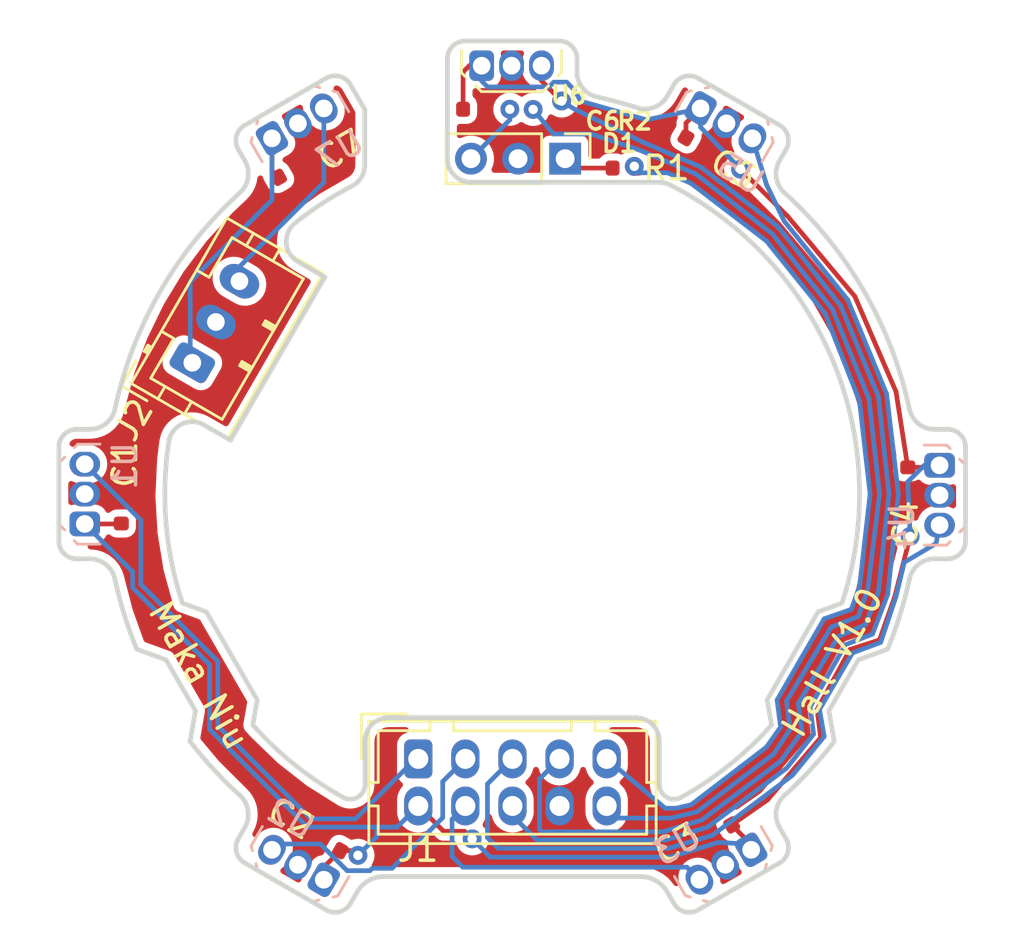
<source format=kicad_pcb>
(kicad_pcb (version 20171130) (host pcbnew "(5.1.6)-1")

  (general
    (thickness 1.6)
    (drawings 104)
    (tracks 205)
    (zones 0)
    (modules 19)
    (nets 15)
  )

  (page USLetter)
  (title_block
    (title "Hall Ring V1")
    (date 2020-07-01)
    (rev 0)
    (company "Open Ocean Initiative MIT")
  )

  (layers
    (0 F.Cu signal)
    (31 B.Cu signal)
    (32 B.Adhes user)
    (33 F.Adhes user)
    (34 B.Paste user)
    (35 F.Paste user)
    (36 B.SilkS user)
    (37 F.SilkS user)
    (38 B.Mask user)
    (39 F.Mask user)
    (40 Dwgs.User user hide)
    (41 Cmts.User user)
    (42 Eco1.User user)
    (43 Eco2.User user)
    (44 Edge.Cuts user)
    (45 Margin user)
    (46 B.CrtYd user)
    (47 F.CrtYd user)
    (48 B.Fab user hide)
    (49 F.Fab user hide)
  )

  (setup
    (last_trace_width 0.2)
    (user_trace_width 0.25)
    (trace_clearance 0.15)
    (zone_clearance 0.3)
    (zone_45_only no)
    (trace_min 0.2)
    (via_size 0.8)
    (via_drill 0.4)
    (via_min_size 0.4)
    (via_min_drill 0.3)
    (uvia_size 0.3)
    (uvia_drill 0.1)
    (uvias_allowed no)
    (uvia_min_size 0.2)
    (uvia_min_drill 0.1)
    (edge_width 0.05)
    (segment_width 0.2)
    (pcb_text_width 0.3)
    (pcb_text_size 1.5 1.5)
    (mod_edge_width 0.12)
    (mod_text_size 1 1)
    (mod_text_width 0.15)
    (pad_size 1.524 1.524)
    (pad_drill 0.762)
    (pad_to_mask_clearance 0.05)
    (aux_axis_origin 0 0)
    (grid_origin 127 129.54)
    (visible_elements 7FFFFFFF)
    (pcbplotparams
      (layerselection 0x010f0_ffffffff)
      (usegerberextensions false)
      (usegerberattributes true)
      (usegerberadvancedattributes true)
      (creategerberjobfile true)
      (excludeedgelayer true)
      (linewidth 0.100000)
      (plotframeref false)
      (viasonmask false)
      (mode 1)
      (useauxorigin false)
      (hpglpennumber 1)
      (hpglpenspeed 20)
      (hpglpendiameter 15.000000)
      (psnegative false)
      (psa4output false)
      (plotreference true)
      (plotvalue true)
      (plotinvisibletext false)
      (padsonsilk false)
      (subtractmaskfromsilk false)
      (outputformat 1)
      (mirror false)
      (drillshape 0)
      (scaleselection 1)
      (outputdirectory "ignore/"))
  )

  (net 0 "")
  (net 1 VCC)
  (net 2 GND)
  (net 3 "Net-(C7-Pad1)")
  (net 4 "Net-(J2-Pad3)")
  (net 5 "Net-(D1-Pad3)")
  (net 6 "Net-(D1-Pad1)")
  (net 7 "Net-(J1-Pad9)")
  (net 8 /hall_5)
  (net 9 /hall_3)
  (net 10 /hall_1)
  (net 11 /hall_button)
  (net 12 /hall_4)
  (net 13 /hall_2)
  (net 14 "Net-(J1-Pad10)")

  (net_class Default "This is the default net class."
    (clearance 0.15)
    (trace_width 0.2)
    (via_dia 0.8)
    (via_drill 0.4)
    (uvia_dia 0.3)
    (uvia_drill 0.1)
    (add_net /hall_1)
    (add_net /hall_2)
    (add_net /hall_3)
    (add_net /hall_4)
    (add_net /hall_5)
    (add_net /hall_button)
    (add_net GND)
    (add_net "Net-(C7-Pad1)")
    (add_net "Net-(D1-Pad1)")
    (add_net "Net-(D1-Pad3)")
    (add_net "Net-(J1-Pad10)")
    (add_net "Net-(J1-Pad9)")
    (add_net "Net-(J2-Pad3)")
    (add_net VCC)
  )

  (module Connector_JST:JST_PH_B3B-PH-K_1x03_P2.00mm_Vertical (layer F.Cu) (tedit 5B7745C2) (tstamp 5EFBE06D)
    (at 113.4176 123.961702 60)
    (descr "JST PH series connector, B3B-PH-K (http://www.jst-mfg.com/product/pdf/eng/ePH.pdf), generated with kicad-footprint-generator")
    (tags "connector JST PH side entry")
    (path /5F0842B0)
    (fp_text reference J2 (at -3.351214 -0.947077 60) (layer F.SilkS)
      (effects (font (size 1 1) (thickness 0.15)))
    )
    (fp_text value Conn_01x03_Female (at 2 4 60) (layer F.Fab)
      (effects (font (size 1 1) (thickness 0.15)))
    )
    (fp_line (start -2.06 -1.81) (end -2.06 2.91) (layer F.SilkS) (width 0.12))
    (fp_line (start -2.06 2.91) (end 6.06 2.91) (layer F.SilkS) (width 0.12))
    (fp_line (start 6.06 2.91) (end 6.06 -1.81) (layer F.SilkS) (width 0.12))
    (fp_line (start 6.06 -1.81) (end -2.06 -1.81) (layer F.SilkS) (width 0.12))
    (fp_line (start -0.3 -1.81) (end -0.3 -2.01) (layer F.SilkS) (width 0.12))
    (fp_line (start -0.3 -2.01) (end -0.6 -2.01) (layer F.SilkS) (width 0.12))
    (fp_line (start -0.6 -2.01) (end -0.6 -1.81) (layer F.SilkS) (width 0.12))
    (fp_line (start -0.3 -1.91) (end -0.6 -1.91) (layer F.SilkS) (width 0.12))
    (fp_line (start 0.5 -1.81) (end 0.5 -1.2) (layer F.SilkS) (width 0.12))
    (fp_line (start 0.5 -1.2) (end -1.45 -1.2) (layer F.SilkS) (width 0.12))
    (fp_line (start -1.45 -1.2) (end -1.45 2.3) (layer F.SilkS) (width 0.12))
    (fp_line (start -1.45 2.3) (end 5.45 2.3) (layer F.SilkS) (width 0.12))
    (fp_line (start 5.45 2.3) (end 5.45 -1.2) (layer F.SilkS) (width 0.12))
    (fp_line (start 5.45 -1.2) (end 3.5 -1.2) (layer F.SilkS) (width 0.12))
    (fp_line (start 3.5 -1.2) (end 3.5 -1.81) (layer F.SilkS) (width 0.12))
    (fp_line (start -2.06 -0.5) (end -1.45 -0.5) (layer F.SilkS) (width 0.12))
    (fp_line (start -2.06 0.8) (end -1.45 0.8) (layer F.SilkS) (width 0.12))
    (fp_line (start 6.06 -0.5) (end 5.45 -0.5) (layer F.SilkS) (width 0.12))
    (fp_line (start 6.06 0.8) (end 5.45 0.8) (layer F.SilkS) (width 0.12))
    (fp_line (start 0.9 2.3) (end 0.9 1.8) (layer F.SilkS) (width 0.12))
    (fp_line (start 0.9 1.8) (end 1.1 1.8) (layer F.SilkS) (width 0.12))
    (fp_line (start 1.1 1.8) (end 1.1 2.3) (layer F.SilkS) (width 0.12))
    (fp_line (start 1 2.3) (end 1 1.8) (layer F.SilkS) (width 0.12))
    (fp_line (start 2.9 2.3) (end 2.9 1.8) (layer F.SilkS) (width 0.12))
    (fp_line (start 2.9 1.8) (end 3.1 1.8) (layer F.SilkS) (width 0.12))
    (fp_line (start 3.1 1.8) (end 3.1 2.3) (layer F.SilkS) (width 0.12))
    (fp_line (start 3 2.3) (end 3 1.8) (layer F.SilkS) (width 0.12))
    (fp_line (start -1.11 -2.11) (end -2.36 -2.11) (layer F.SilkS) (width 0.12))
    (fp_line (start -2.36 -2.11) (end -2.36 -0.86) (layer F.SilkS) (width 0.12))
    (fp_line (start -1.11 -2.11) (end -2.36 -2.11) (layer F.Fab) (width 0.1))
    (fp_line (start -2.36 -2.11) (end -2.36 -0.86) (layer F.Fab) (width 0.1))
    (fp_line (start -1.95 -1.7) (end -1.95 2.8) (layer F.Fab) (width 0.1))
    (fp_line (start -1.95 2.8) (end 5.95 2.8) (layer F.Fab) (width 0.1))
    (fp_line (start 5.95 2.8) (end 5.95 -1.7) (layer F.Fab) (width 0.1))
    (fp_line (start 5.95 -1.7) (end -1.95 -1.7) (layer F.Fab) (width 0.1))
    (fp_line (start -2.45 -2.2) (end -2.45 3.3) (layer F.CrtYd) (width 0.05))
    (fp_line (start -2.45 3.3) (end 6.45 3.3) (layer F.CrtYd) (width 0.05))
    (fp_line (start 6.45 3.3) (end 6.45 -2.2) (layer F.CrtYd) (width 0.05))
    (fp_line (start 6.45 -2.2) (end -2.45 -2.2) (layer F.CrtYd) (width 0.05))
    (fp_text user %R (at 2 1.5 60) (layer F.Fab)
      (effects (font (size 1 1) (thickness 0.15)))
    )
    (pad 3 thru_hole oval (at 4 0 60) (size 1.2 1.75) (drill 0.75) (layers *.Cu *.Mask)
      (net 4 "Net-(J2-Pad3)"))
    (pad 2 thru_hole oval (at 2 0 60) (size 1.2 1.75) (drill 0.75) (layers *.Cu *.Mask)
      (net 2 GND))
    (pad 1 thru_hole roundrect (at 0 0 60) (size 1.2 1.75) (drill 0.75) (layers *.Cu *.Mask) (roundrect_rratio 0.208333)
      (net 3 "Net-(C7-Pad1)"))
    (model ${KISYS3DMOD}/Connector_JST.3dshapes/JST_PH_B3B-PH-K_1x03_P2.00mm_Vertical.wrl
      (at (xyz 0 0 0))
      (scale (xyz 1 1 1))
      (rotate (xyz 0 0 0))
    )
  )

  (module Connector_Hirose:Hirose_DF11-10DP-2DSA_2x05_P2.00mm_Vertical (layer F.Cu) (tedit 5D246640) (tstamp 5F956048)
    (at 123.0122 140.7922)
    (descr "Hirose DF11 through hole, DF11-10DP-2DSA, 5 Pins per row (https://www.hirose.com/product/document?clcode=&productname=&series=DF11&documenttype=Catalog&lang=en&documentid=D31688_en), generated with kicad-footprint-generator")
    (tags "connector Hirose DF11 vertical")
    (path /5F07EDA0)
    (fp_text reference J1 (at -0.0122 3.8478) (layer F.SilkS)
      (effects (font (size 1 1) (thickness 0.15)))
    )
    (fp_text value Conn_02x05_Odd_Even (at 4 4.7) (layer F.Fab)
      (effects (font (size 1 1) (thickness 0.15)))
    )
    (fp_line (start 10.5 -2) (end -2.5 -2) (layer F.CrtYd) (width 0.05))
    (fp_line (start 10.5 4) (end 10.5 -2) (layer F.CrtYd) (width 0.05))
    (fp_line (start -2.5 4) (end 10.5 4) (layer F.CrtYd) (width 0.05))
    (fp_line (start -2.5 -2) (end -2.5 4) (layer F.CrtYd) (width 0.05))
    (fp_line (start 6.5 -1.2) (end 6.5 -1.6) (layer F.SilkS) (width 0.12))
    (fp_line (start 1.5 -1.2) (end 6.5 -1.2) (layer F.SilkS) (width 0.12))
    (fp_line (start 1.5 -1.6) (end 1.5 -1.2) (layer F.SilkS) (width 0.12))
    (fp_line (start 7.5 -1.2) (end 7.5 -1.6) (layer F.SilkS) (width 0.12))
    (fp_line (start 9.7 -1.2) (end 7.5 -1.2) (layer F.SilkS) (width 0.12))
    (fp_line (start 9.7 1) (end 9.7 -1.2) (layer F.SilkS) (width 0.12))
    (fp_line (start 10.1 1) (end 9.7 1) (layer F.SilkS) (width 0.12))
    (fp_line (start 0.5 -1.2) (end 0.5 -1.6) (layer F.SilkS) (width 0.12))
    (fp_line (start -1.7 -1.2) (end 0.5 -1.2) (layer F.SilkS) (width 0.12))
    (fp_line (start -1.7 1) (end -1.7 -1.2) (layer F.SilkS) (width 0.12))
    (fp_line (start -2.1 1) (end -1.7 1) (layer F.SilkS) (width 0.12))
    (fp_line (start 9.7 2) (end 10.1 2) (layer F.SilkS) (width 0.12))
    (fp_line (start 9.7 3.2) (end 9.7 2) (layer F.SilkS) (width 0.12))
    (fp_line (start -1.7 3.2) (end 9.7 3.2) (layer F.SilkS) (width 0.12))
    (fp_line (start -1.7 2) (end -1.7 3.2) (layer F.SilkS) (width 0.12))
    (fp_line (start -2.1 2) (end -1.7 2) (layer F.SilkS) (width 0.12))
    (fp_line (start -2.41 -1.91) (end -0.5 -1.91) (layer F.SilkS) (width 0.12))
    (fp_line (start -2.41 0) (end -2.41 -1.91) (layer F.SilkS) (width 0.12))
    (fp_line (start 10.1 -1.6) (end -2.1 -1.6) (layer F.SilkS) (width 0.12))
    (fp_line (start 10.1 3.6) (end 10.1 -1.6) (layer F.SilkS) (width 0.12))
    (fp_line (start -2.1 3.6) (end 10.1 3.6) (layer F.SilkS) (width 0.12))
    (fp_line (start -2.1 -1.6) (end -2.1 3.6) (layer F.SilkS) (width 0.12))
    (fp_line (start 0 -0.792893) (end 0.5 -1.5) (layer F.Fab) (width 0.1))
    (fp_line (start -0.5 -1.5) (end 0 -0.792893) (layer F.Fab) (width 0.1))
    (fp_line (start 10 -1.5) (end -2 -1.5) (layer F.Fab) (width 0.1))
    (fp_line (start 10 3.5) (end 10 -1.5) (layer F.Fab) (width 0.1))
    (fp_line (start -2 3.5) (end 10 3.5) (layer F.Fab) (width 0.1))
    (fp_line (start -2 -1.5) (end -2 3.5) (layer F.Fab) (width 0.1))
    (fp_text user %R (at 4 2.8) (layer F.Fab)
      (effects (font (size 1 1) (thickness 0.15)))
    )
    (pad 1 thru_hole roundrect (at 0 0) (size 1.2 1.65) (drill 0.85) (layers *.Cu *.Mask) (roundrect_rratio 0.208333)
      (net 10 /hall_1))
    (pad 3 thru_hole oval (at 2 0) (size 1.2 1.65) (drill 0.85) (layers *.Cu *.Mask)
      (net 13 /hall_2))
    (pad 5 thru_hole oval (at 4 0) (size 1.2 1.65) (drill 0.85) (layers *.Cu *.Mask)
      (net 12 /hall_4))
    (pad 7 thru_hole oval (at 6 0) (size 1.2 1.65) (drill 0.85) (layers *.Cu *.Mask)
      (net 11 /hall_button))
    (pad 9 thru_hole oval (at 8 0) (size 1.2 1.65) (drill 0.85) (layers *.Cu *.Mask)
      (net 7 "Net-(J1-Pad9)"))
    (pad 2 thru_hole oval (at 0 2) (size 1.2 1.65) (drill 0.85) (layers *.Cu *.Mask)
      (net 1 VCC))
    (pad 4 thru_hole oval (at 2 2) (size 1.2 1.65) (drill 0.85) (layers *.Cu *.Mask)
      (net 9 /hall_3))
    (pad 6 thru_hole oval (at 4 2) (size 1.2 1.65) (drill 0.85) (layers *.Cu *.Mask)
      (net 8 /hall_5))
    (pad 8 thru_hole oval (at 6 2) (size 1.2 1.65) (drill 0.85) (layers *.Cu *.Mask)
      (net 2 GND))
    (pad 10 thru_hole oval (at 8 2) (size 1.2 1.65) (drill 0.85) (layers *.Cu *.Mask)
      (net 14 "Net-(J1-Pad10)"))
    (model ${KISYS3DMOD}/Connector_Hirose.3dshapes/Hirose_DF11-10DP-2DSA_2x05_P2.00mm_Vertical.wrl
      (at (xyz 0 0 0))
      (scale (xyz 1 1 1))
      (rotate (xyz 0 0 0))
    )
  )

  (module Capacitor_SMD:C_0402_1005Metric (layer F.Cu) (tedit 5B301BBE) (tstamp 5EFC24DD)
    (at 125.4 113.19)
    (descr "Capacitor SMD 0402 (1005 Metric), square (rectangular) end terminal, IPC_7351 nominal, (Body size source: http://www.tortai-tech.com/upload/download/2011102023233369053.pdf), generated with kicad-footprint-generator")
    (tags capacitor)
    (path /5F071950)
    (attr smd)
    (fp_text reference C6 (at 5.45 0.5) (layer F.SilkS)
      (effects (font (size 0.75 0.75) (thickness 0.15)))
    )
    (fp_text value 0.1uF (at 0 1.17) (layer F.Fab)
      (effects (font (size 1 1) (thickness 0.15)))
    )
    (fp_line (start 0.93 0.47) (end -0.93 0.47) (layer F.CrtYd) (width 0.05))
    (fp_line (start 0.93 -0.47) (end 0.93 0.47) (layer F.CrtYd) (width 0.05))
    (fp_line (start -0.93 -0.47) (end 0.93 -0.47) (layer F.CrtYd) (width 0.05))
    (fp_line (start -0.93 0.47) (end -0.93 -0.47) (layer F.CrtYd) (width 0.05))
    (fp_line (start 0.5 0.25) (end -0.5 0.25) (layer F.Fab) (width 0.1))
    (fp_line (start 0.5 -0.25) (end 0.5 0.25) (layer F.Fab) (width 0.1))
    (fp_line (start -0.5 -0.25) (end 0.5 -0.25) (layer F.Fab) (width 0.1))
    (fp_line (start -0.5 0.25) (end -0.5 -0.25) (layer F.Fab) (width 0.1))
    (fp_text user %R (at 0 0) (layer F.Fab)
      (effects (font (size 0.25 0.25) (thickness 0.04)))
    )
    (pad 2 smd roundrect (at 0.485 0) (size 0.59 0.64) (layers F.Cu F.Paste F.Mask) (roundrect_rratio 0.25)
      (net 2 GND))
    (pad 1 smd roundrect (at -0.485 0) (size 0.59 0.64) (layers F.Cu F.Paste F.Mask) (roundrect_rratio 0.25)
      (net 1 VCC))
    (model ${KISYS3DMOD}/Capacitor_SMD.3dshapes/C_0402_1005Metric.wrl
      (at (xyz 0 0 0))
      (scale (xyz 1 1 1))
      (rotate (xyz 0 0 0))
    )
  )

  (module Resistor_SMD:R_0402_1005Metric (layer F.Cu) (tedit 5B301BBD) (tstamp 5F96D7A3)
    (at 127.4 113.19 180)
    (descr "Resistor SMD 0402 (1005 Metric), square (rectangular) end terminal, IPC_7351 nominal, (Body size source: http://www.tortai-tech.com/upload/download/2011102023233369053.pdf), generated with kicad-footprint-generator")
    (tags resistor)
    (path /5F0B3E10)
    (attr smd)
    (fp_text reference R2 (at -4.8 -0.5) (layer F.SilkS)
      (effects (font (size 0.75 0.75) (thickness 0.15)))
    )
    (fp_text value 200 (at 0 1.17 180) (layer F.Fab)
      (effects (font (size 1 1) (thickness 0.15)))
    )
    (fp_line (start 0.93 0.47) (end -0.93 0.47) (layer F.CrtYd) (width 0.05))
    (fp_line (start 0.93 -0.47) (end 0.93 0.47) (layer F.CrtYd) (width 0.05))
    (fp_line (start -0.93 -0.47) (end 0.93 -0.47) (layer F.CrtYd) (width 0.05))
    (fp_line (start -0.93 0.47) (end -0.93 -0.47) (layer F.CrtYd) (width 0.05))
    (fp_line (start 0.5 0.25) (end -0.5 0.25) (layer F.Fab) (width 0.1))
    (fp_line (start 0.5 -0.25) (end 0.5 0.25) (layer F.Fab) (width 0.1))
    (fp_line (start -0.5 -0.25) (end 0.5 -0.25) (layer F.Fab) (width 0.1))
    (fp_line (start -0.5 0.25) (end -0.5 -0.25) (layer F.Fab) (width 0.1))
    (fp_text user %R (at 0 0 180) (layer F.Fab)
      (effects (font (size 0.25 0.25) (thickness 0.04)))
    )
    (pad 2 smd roundrect (at 0.485 0 180) (size 0.59 0.64) (layers F.Cu F.Paste F.Mask) (roundrect_rratio 0.25)
      (net 5 "Net-(D1-Pad3)"))
    (pad 1 smd roundrect (at -0.485 0 180) (size 0.59 0.64) (layers F.Cu F.Paste F.Mask) (roundrect_rratio 0.25)
      (net 14 "Net-(J1-Pad10)"))
    (model ${KISYS3DMOD}/Resistor_SMD.3dshapes/R_0402_1005Metric.wrl
      (at (xyz 0 0 0))
      (scale (xyz 1 1 1))
      (rotate (xyz 0 0 0))
    )
  )

  (module Resistor_SMD:R_0402_1005Metric (layer F.Cu) (tedit 5B301BBD) (tstamp 5EFCEA6F)
    (at 131.75 115.69 180)
    (descr "Resistor SMD 0402 (1005 Metric), square (rectangular) end terminal, IPC_7351 nominal, (Body size source: http://www.tortai-tech.com/upload/download/2011102023233369053.pdf), generated with kicad-footprint-generator")
    (tags resistor)
    (path /5F0AD4E7)
    (attr smd)
    (fp_text reference R1 (at -1.8 0) (layer F.SilkS)
      (effects (font (size 1 1) (thickness 0.15)))
    )
    (fp_text value 300 (at 0 1.17) (layer F.Fab)
      (effects (font (size 1 1) (thickness 0.15)))
    )
    (fp_line (start 0.93 0.47) (end -0.93 0.47) (layer F.CrtYd) (width 0.05))
    (fp_line (start 0.93 -0.47) (end 0.93 0.47) (layer F.CrtYd) (width 0.05))
    (fp_line (start -0.93 -0.47) (end 0.93 -0.47) (layer F.CrtYd) (width 0.05))
    (fp_line (start -0.93 0.47) (end -0.93 -0.47) (layer F.CrtYd) (width 0.05))
    (fp_line (start 0.5 0.25) (end -0.5 0.25) (layer F.Fab) (width 0.1))
    (fp_line (start 0.5 -0.25) (end 0.5 0.25) (layer F.Fab) (width 0.1))
    (fp_line (start -0.5 -0.25) (end 0.5 -0.25) (layer F.Fab) (width 0.1))
    (fp_line (start -0.5 0.25) (end -0.5 -0.25) (layer F.Fab) (width 0.1))
    (fp_text user %R (at 0 0) (layer F.Fab)
      (effects (font (size 0.25 0.25) (thickness 0.04)))
    )
    (pad 2 smd roundrect (at 0.485 0 180) (size 0.59 0.64) (layers F.Cu F.Paste F.Mask) (roundrect_rratio 0.25)
      (net 6 "Net-(D1-Pad1)"))
    (pad 1 smd roundrect (at -0.485 0 180) (size 0.59 0.64) (layers F.Cu F.Paste F.Mask) (roundrect_rratio 0.25)
      (net 7 "Net-(J1-Pad9)"))
    (model ${KISYS3DMOD}/Resistor_SMD.3dshapes/R_0402_1005Metric.wrl
      (at (xyz 0 0 0))
      (scale (xyz 1 1 1))
      (rotate (xyz 0 0 0))
    )
  )

  (module Capacitor_SMD:C_0402_1005Metric (layer F.Cu) (tedit 5B301BBE) (tstamp 5EFC23FF)
    (at 117.5 115.84 30)
    (descr "Capacitor SMD 0402 (1005 Metric), square (rectangular) end terminal, IPC_7351 nominal, (Body size source: http://www.tortai-tech.com/upload/download/2011102023233369053.pdf), generated with kicad-footprint-generator")
    (tags capacitor)
    (path /5F07B9FE)
    (attr smd)
    (fp_text reference C7 (at 2.355256 0.320577 30) (layer F.SilkS)
      (effects (font (size 1 1) (thickness 0.15)))
    )
    (fp_text value 0.1uF (at 0 1.17 30) (layer F.Fab)
      (effects (font (size 1 1) (thickness 0.15)))
    )
    (fp_line (start 0.93 0.47) (end -0.93 0.47) (layer F.CrtYd) (width 0.05))
    (fp_line (start 0.93 -0.47) (end 0.93 0.47) (layer F.CrtYd) (width 0.05))
    (fp_line (start -0.93 -0.47) (end 0.93 -0.47) (layer F.CrtYd) (width 0.05))
    (fp_line (start -0.93 0.47) (end -0.93 -0.47) (layer F.CrtYd) (width 0.05))
    (fp_line (start 0.5 0.25) (end -0.5 0.25) (layer F.Fab) (width 0.1))
    (fp_line (start 0.5 -0.25) (end 0.5 0.25) (layer F.Fab) (width 0.1))
    (fp_line (start -0.5 -0.25) (end 0.5 -0.25) (layer F.Fab) (width 0.1))
    (fp_line (start -0.5 0.25) (end -0.5 -0.25) (layer F.Fab) (width 0.1))
    (fp_text user %R (at 0 0 30) (layer F.Fab)
      (effects (font (size 0.25 0.25) (thickness 0.04)))
    )
    (pad 2 smd roundrect (at 0.485 0 30) (size 0.59 0.64) (layers F.Cu F.Paste F.Mask) (roundrect_rratio 0.25)
      (net 2 GND))
    (pad 1 smd roundrect (at -0.485 0 30) (size 0.59 0.64) (layers F.Cu F.Paste F.Mask) (roundrect_rratio 0.25)
      (net 3 "Net-(C7-Pad1)"))
    (model ${KISYS3DMOD}/Capacitor_SMD.3dshapes/C_0402_1005Metric.wrl
      (at (xyz 0 0 0))
      (scale (xyz 1 1 1))
      (rotate (xyz 0 0 0))
    )
  )

  (module Capacitor_SMD:C_0402_1005Metric (layer F.Cu) (tedit 5B301BBE) (tstamp 5EFAAEEB)
    (at 134.8 114.64 330)
    (descr "Capacitor SMD 0402 (1005 Metric), square (rectangular) end terminal, IPC_7351 nominal, (Body size source: http://www.tortai-tech.com/upload/download/2011102023233369053.pdf), generated with kicad-footprint-generator")
    (tags capacitor)
    (path /5F0713B5)
    (attr smd)
    (fp_text reference C5 (at 1.935641 0.152628 150) (layer F.SilkS)
      (effects (font (size 1 1) (thickness 0.15)))
    )
    (fp_text value 0.1uF (at 0 1.17 150) (layer F.Fab)
      (effects (font (size 1 1) (thickness 0.15)))
    )
    (fp_line (start 0.93 0.47) (end -0.93 0.47) (layer F.CrtYd) (width 0.05))
    (fp_line (start 0.93 -0.47) (end 0.93 0.47) (layer F.CrtYd) (width 0.05))
    (fp_line (start -0.93 -0.47) (end 0.93 -0.47) (layer F.CrtYd) (width 0.05))
    (fp_line (start -0.93 0.47) (end -0.93 -0.47) (layer F.CrtYd) (width 0.05))
    (fp_line (start 0.5 0.25) (end -0.5 0.25) (layer F.Fab) (width 0.1))
    (fp_line (start 0.5 -0.25) (end 0.5 0.25) (layer F.Fab) (width 0.1))
    (fp_line (start -0.5 -0.25) (end 0.5 -0.25) (layer F.Fab) (width 0.1))
    (fp_line (start -0.5 0.25) (end -0.5 -0.25) (layer F.Fab) (width 0.1))
    (fp_text user %R (at 0 0 150) (layer F.Fab)
      (effects (font (size 0.25 0.25) (thickness 0.04)))
    )
    (pad 2 smd roundrect (at 0.485 0 330) (size 0.59 0.64) (layers F.Cu F.Paste F.Mask) (roundrect_rratio 0.25)
      (net 2 GND))
    (pad 1 smd roundrect (at -0.485 0 330) (size 0.59 0.64) (layers F.Cu F.Paste F.Mask) (roundrect_rratio 0.25)
      (net 1 VCC))
    (model ${KISYS3DMOD}/Capacitor_SMD.3dshapes/C_0402_1005Metric.wrl
      (at (xyz 0 0 0))
      (scale (xyz 1 1 1))
      (rotate (xyz 0 0 0))
    )
  )

  (module Capacitor_SMD:C_0402_1005Metric (layer F.Cu) (tedit 5B301BBE) (tstamp 5EFADA5A)
    (at 143.8 128.89 270)
    (descr "Capacitor SMD 0402 (1005 Metric), square (rectangular) end terminal, IPC_7351 nominal, (Body size source: http://www.tortai-tech.com/upload/download/2011102023233369053.pdf), generated with kicad-footprint-generator")
    (tags capacitor)
    (path /5F070EED)
    (attr smd)
    (fp_text reference C4 (at 1.9 0.1 90) (layer F.SilkS)
      (effects (font (size 1 1) (thickness 0.15)))
    )
    (fp_text value 0.1uF (at 0 1.17 90) (layer F.Fab)
      (effects (font (size 1 1) (thickness 0.15)))
    )
    (fp_line (start 0.93 0.47) (end -0.93 0.47) (layer F.CrtYd) (width 0.05))
    (fp_line (start 0.93 -0.47) (end 0.93 0.47) (layer F.CrtYd) (width 0.05))
    (fp_line (start -0.93 -0.47) (end 0.93 -0.47) (layer F.CrtYd) (width 0.05))
    (fp_line (start -0.93 0.47) (end -0.93 -0.47) (layer F.CrtYd) (width 0.05))
    (fp_line (start 0.5 0.25) (end -0.5 0.25) (layer F.Fab) (width 0.1))
    (fp_line (start 0.5 -0.25) (end 0.5 0.25) (layer F.Fab) (width 0.1))
    (fp_line (start -0.5 -0.25) (end 0.5 -0.25) (layer F.Fab) (width 0.1))
    (fp_line (start -0.5 0.25) (end -0.5 -0.25) (layer F.Fab) (width 0.1))
    (fp_text user %R (at 0 0 90) (layer F.Fab)
      (effects (font (size 0.25 0.25) (thickness 0.04)))
    )
    (pad 2 smd roundrect (at 0.485 0 270) (size 0.59 0.64) (layers F.Cu F.Paste F.Mask) (roundrect_rratio 0.25)
      (net 2 GND))
    (pad 1 smd roundrect (at -0.485 0 270) (size 0.59 0.64) (layers F.Cu F.Paste F.Mask) (roundrect_rratio 0.25)
      (net 1 VCC))
    (model ${KISYS3DMOD}/Capacitor_SMD.3dshapes/C_0402_1005Metric.wrl
      (at (xyz 0 0 0))
      (scale (xyz 1 1 1))
      (rotate (xyz 0 0 0))
    )
  )

  (module Capacitor_SMD:C_0402_1005Metric (layer F.Cu) (tedit 5B301BBE) (tstamp 5EFBC852)
    (at 135.9 143.84 210)
    (descr "Capacitor SMD 0402 (1005 Metric), square (rectangular) end terminal, IPC_7351 nominal, (Body size source: http://www.tortai-tech.com/upload/download/2011102023233369053.pdf), generated with kicad-footprint-generator")
    (tags capacitor)
    (path /5F0709BD)
    (attr smd)
    (fp_text reference C3 (at 1.920448 0.473686 30) (layer F.SilkS)
      (effects (font (size 1 1) (thickness 0.15)))
    )
    (fp_text value 0.1uF (at 0 1.17 30) (layer F.Fab)
      (effects (font (size 1 1) (thickness 0.15)))
    )
    (fp_line (start 0.93 0.47) (end -0.93 0.47) (layer F.CrtYd) (width 0.05))
    (fp_line (start 0.93 -0.47) (end 0.93 0.47) (layer F.CrtYd) (width 0.05))
    (fp_line (start -0.93 -0.47) (end 0.93 -0.47) (layer F.CrtYd) (width 0.05))
    (fp_line (start -0.93 0.47) (end -0.93 -0.47) (layer F.CrtYd) (width 0.05))
    (fp_line (start 0.5 0.25) (end -0.5 0.25) (layer F.Fab) (width 0.1))
    (fp_line (start 0.5 -0.25) (end 0.5 0.25) (layer F.Fab) (width 0.1))
    (fp_line (start -0.5 -0.25) (end 0.5 -0.25) (layer F.Fab) (width 0.1))
    (fp_line (start -0.5 0.25) (end -0.5 -0.25) (layer F.Fab) (width 0.1))
    (fp_text user %R (at 0 0 30) (layer F.Fab)
      (effects (font (size 0.25 0.25) (thickness 0.04)))
    )
    (pad 2 smd roundrect (at 0.485 0 210) (size 0.59 0.64) (layers F.Cu F.Paste F.Mask) (roundrect_rratio 0.25)
      (net 2 GND))
    (pad 1 smd roundrect (at -0.485 0 210) (size 0.59 0.64) (layers F.Cu F.Paste F.Mask) (roundrect_rratio 0.25)
      (net 1 VCC))
    (model ${KISYS3DMOD}/Capacitor_SMD.3dshapes/C_0402_1005Metric.wrl
      (at (xyz 0 0 0))
      (scale (xyz 1 1 1))
      (rotate (xyz 0 0 0))
    )
  )

  (module Capacitor_SMD:C_0402_1005Metric (layer F.Cu) (tedit 5B301BBE) (tstamp 5EFDB3D6)
    (at 119.279978 144.4475 150)
    (descr "Capacitor SMD 0402 (1005 Metric), square (rectangular) end terminal, IPC_7351 nominal, (Body size source: http://www.tortai-tech.com/upload/download/2011102023233369053.pdf), generated with kicad-footprint-generator")
    (tags capacitor)
    (path /5F06ECCC)
    (attr smd)
    (fp_text reference C2 (at 2.008654 0.119134 150) (layer F.SilkS)
      (effects (font (size 1 1) (thickness 0.15)))
    )
    (fp_text value 0.1uF (at 0 1.17 150) (layer F.Fab)
      (effects (font (size 1 1) (thickness 0.15)))
    )
    (fp_line (start 0.93 0.47) (end -0.93 0.47) (layer F.CrtYd) (width 0.05))
    (fp_line (start 0.93 -0.47) (end 0.93 0.47) (layer F.CrtYd) (width 0.05))
    (fp_line (start -0.93 -0.47) (end 0.93 -0.47) (layer F.CrtYd) (width 0.05))
    (fp_line (start -0.93 0.47) (end -0.93 -0.47) (layer F.CrtYd) (width 0.05))
    (fp_line (start 0.5 0.25) (end -0.5 0.25) (layer F.Fab) (width 0.1))
    (fp_line (start 0.5 -0.25) (end 0.5 0.25) (layer F.Fab) (width 0.1))
    (fp_line (start -0.5 -0.25) (end 0.5 -0.25) (layer F.Fab) (width 0.1))
    (fp_line (start -0.5 0.25) (end -0.5 -0.25) (layer F.Fab) (width 0.1))
    (fp_text user %R (at 0 0 150) (layer F.Fab)
      (effects (font (size 0.25 0.25) (thickness 0.04)))
    )
    (pad 2 smd roundrect (at 0.485 0 150) (size 0.59 0.64) (layers F.Cu F.Paste F.Mask) (roundrect_rratio 0.25)
      (net 2 GND))
    (pad 1 smd roundrect (at -0.485 0 150) (size 0.59 0.64) (layers F.Cu F.Paste F.Mask) (roundrect_rratio 0.25)
      (net 1 VCC))
    (model ${KISYS3DMOD}/Capacitor_SMD.3dshapes/C_0402_1005Metric.wrl
      (at (xyz 0 0 0))
      (scale (xyz 1 1 1))
      (rotate (xyz 0 0 0))
    )
  )

  (module Capacitor_SMD:C_0402_1005Metric (layer F.Cu) (tedit 5B301BBE) (tstamp 5EFC425C)
    (at 110.4 130.305 90)
    (descr "Capacitor SMD 0402 (1005 Metric), square (rectangular) end terminal, IPC_7351 nominal, (Body size source: http://www.tortai-tech.com/upload/download/2011102023233369053.pdf), generated with kicad-footprint-generator")
    (tags capacitor)
    (path /5F06AD82)
    (attr smd)
    (fp_text reference C1 (at 2.015 0.15 90) (layer F.SilkS)
      (effects (font (size 1 1) (thickness 0.15)))
    )
    (fp_text value 0.1uF (at 0 1.17 90) (layer F.Fab)
      (effects (font (size 1 1) (thickness 0.15)))
    )
    (fp_line (start 0.93 0.47) (end -0.93 0.47) (layer F.CrtYd) (width 0.05))
    (fp_line (start 0.93 -0.47) (end 0.93 0.47) (layer F.CrtYd) (width 0.05))
    (fp_line (start -0.93 -0.47) (end 0.93 -0.47) (layer F.CrtYd) (width 0.05))
    (fp_line (start -0.93 0.47) (end -0.93 -0.47) (layer F.CrtYd) (width 0.05))
    (fp_line (start 0.5 0.25) (end -0.5 0.25) (layer F.Fab) (width 0.1))
    (fp_line (start 0.5 -0.25) (end 0.5 0.25) (layer F.Fab) (width 0.1))
    (fp_line (start -0.5 -0.25) (end 0.5 -0.25) (layer F.Fab) (width 0.1))
    (fp_line (start -0.5 0.25) (end -0.5 -0.25) (layer F.Fab) (width 0.1))
    (fp_text user %R (at 0 0 90) (layer F.Fab)
      (effects (font (size 0.25 0.25) (thickness 0.04)))
    )
    (pad 2 smd roundrect (at 0.485 0 90) (size 0.59 0.64) (layers F.Cu F.Paste F.Mask) (roundrect_rratio 0.25)
      (net 2 GND))
    (pad 1 smd roundrect (at -0.485 0 90) (size 0.59 0.64) (layers F.Cu F.Paste F.Mask) (roundrect_rratio 0.25)
      (net 1 VCC))
    (model ${KISYS3DMOD}/Capacitor_SMD.3dshapes/C_0402_1005Metric.wrl
      (at (xyz 0 0 0))
      (scale (xyz 1 1 1))
      (rotate (xyz 0 0 0))
    )
  )

  (module Package_TO_SOT_THT:TO-92Flat (layer B.Cu) (tedit 5C2D433B) (tstamp 5EFAAF64)
    (at 118.999852 145.925 150)
    (descr "TO-92Flat package, often used for hall sensors, drill 0.75mm (see e.g. http://www.ti.com/lit/ds/symlink/drv5023.pdf)")
    (tags "to-92Flat hall sensor")
    (path /5F065A9F)
    (fp_text reference U2 (at 2.504807 1.53875 330) (layer B.SilkS)
      (effects (font (size 1 1) (thickness 0.15)) (justify mirror))
    )
    (fp_text value DRV5053_LPG (at 1.25 -1.7 330) (layer B.Fab)
      (effects (font (size 1 1) (thickness 0.17)) (justify mirror))
    )
    (fp_line (start 0.03 -0.9775) (end -0.73 -0.2175) (layer B.Fab) (width 0.1))
    (fp_line (start 2.51 -0.9775) (end 0.03 -0.9775) (layer B.Fab) (width 0.1))
    (fp_line (start 3.27 -0.2175) (end 2.51 -0.9775) (layer B.Fab) (width 0.1))
    (fp_line (start 3.27 0.5425) (end 3.27 -0.2175) (layer B.Fab) (width 0.1))
    (fp_line (start 3.27 0.5425) (end -0.73 0.5425) (layer B.Fab) (width 0.1))
    (fp_line (start -0.73 0.5425) (end -0.73 -0.2175) (layer B.Fab) (width 0.1))
    (fp_line (start 2.51 -0.9775) (end 0.03 -0.9775) (layer B.Fab) (width 0.1))
    (fp_line (start 3.39 0.65) (end 3.39 -0.3) (layer B.SilkS) (width 0.12))
    (fp_line (start -0.86 -0.3) (end -0.86 0.65) (layer B.SilkS) (width 0.12))
    (fp_line (start -0.98 0.9) (end 3.52 0.9) (layer B.CrtYd) (width 0.05))
    (fp_line (start 3.52 0.9) (end 3.52 -0.33) (layer B.CrtYd) (width 0.05))
    (fp_line (start 2.62 -1.23) (end -0.14 -1.23) (layer B.CrtYd) (width 0.05))
    (fp_line (start -0.14 -1.23) (end -0.98 -0.39) (layer B.CrtYd) (width 0.05))
    (fp_line (start -0.98 -0.39) (end -0.98 0.9) (layer B.CrtYd) (width 0.05))
    (fp_line (start 3.52 -0.33) (end 2.62 -1.23) (layer B.CrtYd) (width 0.05))
    (fp_line (start -0.01 -1.1) (end 2.59 -1.1) (layer B.SilkS) (width 0.12))
    (fp_line (start 2.59 -1.1) (end 2.84 -0.85) (layer B.SilkS) (width 0.12))
    (fp_line (start 3.24 -0.45) (end 3.39 -0.3) (layer B.SilkS) (width 0.12))
    (fp_line (start -0.01 -1.1) (end -0.26 -0.85) (layer B.SilkS) (width 0.12))
    (fp_line (start -0.71 -0.45) (end -0.86 -0.3) (layer B.SilkS) (width 0.12))
    (fp_text user %R (at 1.27 -0.2 330) (layer B.Fab)
      (effects (font (size 0.7 0.7) (thickness 0.13)) (justify mirror))
    )
    (pad 2 thru_hole oval (at 1.27 0 150) (size 1.05 1.3) (drill 0.75) (layers *.Cu *.Mask)
      (net 2 GND))
    (pad 3 thru_hole oval (at 2.54 0 150) (size 1.05 1.3) (drill 0.75) (layers *.Cu *.Mask)
      (net 13 /hall_2))
    (pad 1 thru_hole roundrect (at 0 0 150) (size 1.05 1.3) (drill 0.75) (layers *.Cu *.Mask) (roundrect_rratio 0.238)
      (net 1 VCC))
    (model ${KISYS3DMOD}/Package_TO_SOT_THT.3dshapes/TO-92Flat.wrl
      (at (xyz 0 0 0))
      (scale (xyz 1 1 1))
      (rotate (xyz 0 0 0))
    )
  )

  (module Package_TO_SOT_THT:TO-92Flat (layer B.Cu) (tedit 5C2D433B) (tstamp 5EFD9764)
    (at 137.149852 144.655 210)
    (descr "TO-92Flat package, often used for hall sensors, drill 0.75mm (see e.g. http://www.ti.com/lit/ds/symlink/drv5023.pdf)")
    (tags "to-92Flat hall sensor")
    (path /5F033524)
    (fp_text reference U3 (at 2.620352 1.761121 210) (layer B.SilkS)
      (effects (font (size 1 1) (thickness 0.15)) (justify mirror))
    )
    (fp_text value DRV5053_LPG (at 1.25 -1.7 210) (layer B.Fab)
      (effects (font (size 1 1) (thickness 0.17)) (justify mirror))
    )
    (fp_line (start 0.03 -0.9775) (end -0.73 -0.2175) (layer B.Fab) (width 0.1))
    (fp_line (start 2.51 -0.9775) (end 0.03 -0.9775) (layer B.Fab) (width 0.1))
    (fp_line (start 3.27 -0.2175) (end 2.51 -0.9775) (layer B.Fab) (width 0.1))
    (fp_line (start 3.27 0.5425) (end 3.27 -0.2175) (layer B.Fab) (width 0.1))
    (fp_line (start 3.27 0.5425) (end -0.73 0.5425) (layer B.Fab) (width 0.1))
    (fp_line (start -0.73 0.5425) (end -0.73 -0.2175) (layer B.Fab) (width 0.1))
    (fp_line (start 2.51 -0.9775) (end 0.03 -0.9775) (layer B.Fab) (width 0.1))
    (fp_line (start 3.39 0.65) (end 3.39 -0.3) (layer B.SilkS) (width 0.12))
    (fp_line (start -0.86 -0.3) (end -0.86 0.65) (layer B.SilkS) (width 0.12))
    (fp_line (start -0.98 0.9) (end 3.52 0.9) (layer B.CrtYd) (width 0.05))
    (fp_line (start 3.52 0.9) (end 3.52 -0.33) (layer B.CrtYd) (width 0.05))
    (fp_line (start 2.62 -1.23) (end -0.14 -1.23) (layer B.CrtYd) (width 0.05))
    (fp_line (start -0.14 -1.23) (end -0.98 -0.39) (layer B.CrtYd) (width 0.05))
    (fp_line (start -0.98 -0.39) (end -0.98 0.9) (layer B.CrtYd) (width 0.05))
    (fp_line (start 3.52 -0.33) (end 2.62 -1.23) (layer B.CrtYd) (width 0.05))
    (fp_line (start -0.01 -1.1) (end 2.59 -1.1) (layer B.SilkS) (width 0.12))
    (fp_line (start 2.59 -1.1) (end 2.84 -0.85) (layer B.SilkS) (width 0.12))
    (fp_line (start 3.24 -0.45) (end 3.39 -0.3) (layer B.SilkS) (width 0.12))
    (fp_line (start -0.01 -1.1) (end -0.26 -0.85) (layer B.SilkS) (width 0.12))
    (fp_line (start -0.71 -0.45) (end -0.86 -0.3) (layer B.SilkS) (width 0.12))
    (fp_text user %R (at 1.27 -0.2 120) (layer B.Fab)
      (effects (font (size 0.7 0.7) (thickness 0.13)) (justify mirror))
    )
    (pad 2 thru_hole oval (at 1.27 0 210) (size 1.05 1.3) (drill 0.75) (layers *.Cu *.Mask)
      (net 2 GND))
    (pad 3 thru_hole oval (at 2.54 0 210) (size 1.05 1.3) (drill 0.75) (layers *.Cu *.Mask)
      (net 9 /hall_3))
    (pad 1 thru_hole roundrect (at 0 0 210) (size 1.05 1.3) (drill 0.75) (layers *.Cu *.Mask) (roundrect_rratio 0.238)
      (net 1 VCC))
    (model ${KISYS3DMOD}/Package_TO_SOT_THT.3dshapes/TO-92Flat.wrl
      (at (xyz 0 0 0))
      (scale (xyz 1 1 1))
      (rotate (xyz 0 0 0))
    )
  )

  (module Package_TO_SOT_THT:TO-92Flat (layer F.Cu) (tedit 5C2D433B) (tstamp 5EFDB271)
    (at 125.7046 111.34)
    (descr "TO-92Flat package, often used for hall sensors, drill 0.75mm (see e.g. http://www.ti.com/lit/ds/symlink/drv5023.pdf)")
    (tags "to-92Flat hall sensor")
    (path /5F0383D1)
    (fp_text reference U6 (at 3.6954 1.25 180) (layer F.SilkS)
      (effects (font (size 0.75 0.75) (thickness 0.15)))
    )
    (fp_text value DRV5053_LPG (at 1.25 1.7 180) (layer F.Fab)
      (effects (font (size 1 1) (thickness 0.17)))
    )
    (fp_line (start 0.03 0.9775) (end -0.73 0.2175) (layer F.Fab) (width 0.1))
    (fp_line (start 2.51 0.9775) (end 0.03 0.9775) (layer F.Fab) (width 0.1))
    (fp_line (start 3.27 0.2175) (end 2.51 0.9775) (layer F.Fab) (width 0.1))
    (fp_line (start 3.27 -0.5425) (end 3.27 0.2175) (layer F.Fab) (width 0.1))
    (fp_line (start 3.27 -0.5425) (end -0.73 -0.5425) (layer F.Fab) (width 0.1))
    (fp_line (start -0.73 -0.5425) (end -0.73 0.2175) (layer F.Fab) (width 0.1))
    (fp_line (start 2.51 0.9775) (end 0.03 0.9775) (layer F.Fab) (width 0.1))
    (fp_line (start 3.39 -0.65) (end 3.39 0.3) (layer F.SilkS) (width 0.12))
    (fp_line (start -0.86 0.3) (end -0.86 -0.65) (layer F.SilkS) (width 0.12))
    (fp_line (start -0.98 -0.9) (end 3.52 -0.9) (layer F.CrtYd) (width 0.05))
    (fp_line (start 3.52 -0.9) (end 3.52 0.33) (layer F.CrtYd) (width 0.05))
    (fp_line (start 2.62 1.23) (end -0.14 1.23) (layer F.CrtYd) (width 0.05))
    (fp_line (start -0.14 1.23) (end -0.98 0.39) (layer F.CrtYd) (width 0.05))
    (fp_line (start -0.98 0.39) (end -0.98 -0.9) (layer F.CrtYd) (width 0.05))
    (fp_line (start 3.52 0.33) (end 2.62 1.23) (layer F.CrtYd) (width 0.05))
    (fp_line (start -0.01 1.1) (end 2.59 1.1) (layer F.SilkS) (width 0.12))
    (fp_line (start 2.59 1.1) (end 2.84 0.85) (layer F.SilkS) (width 0.12))
    (fp_line (start 3.24 0.45) (end 3.39 0.3) (layer F.SilkS) (width 0.12))
    (fp_line (start -0.01 1.1) (end -0.26 0.85) (layer F.SilkS) (width 0.12))
    (fp_line (start -0.71 0.45) (end -0.86 0.3) (layer F.SilkS) (width 0.12))
    (fp_text user %R (at 1.27 0.2 180) (layer F.Fab)
      (effects (font (size 0.7 0.7) (thickness 0.13)))
    )
    (pad 2 thru_hole oval (at 1.27 0) (size 1.05 1.3) (drill 0.75) (layers *.Cu *.Mask)
      (net 2 GND))
    (pad 3 thru_hole oval (at 2.54 0) (size 1.05 1.3) (drill 0.75) (layers *.Cu *.Mask)
      (net 11 /hall_button))
    (pad 1 thru_hole roundrect (at 0 0) (size 1.05 1.3) (drill 0.75) (layers *.Cu *.Mask) (roundrect_rratio 0.238)
      (net 1 VCC))
    (model ${KISYS3DMOD}/Package_TO_SOT_THT.3dshapes/TO-92Flat.wrl
      (at (xyz 0 0 0))
      (scale (xyz 1 1 1))
      (rotate (xyz 0 0 0))
    )
  )

  (module Connector_PinHeader_2.00mm:PinHeader_1x03_P2.00mm_Vertical (layer F.Cu) (tedit 59FED667) (tstamp 5EFCE8D6)
    (at 129.25 115.29 270)
    (descr "Through hole straight pin header, 1x03, 2.00mm pitch, single row")
    (tags "Through hole pin header THT 1x03 2.00mm single row")
    (path /5F0AA8C7)
    (fp_text reference D1 (at -0.65 -2.3) (layer F.SilkS)
      (effects (font (size 0.75 0.75) (thickness 0.15)))
    )
    (fp_text value LED_RG (at 0 6.06 270) (layer F.Fab)
      (effects (font (size 1 1) (thickness 0.15)))
    )
    (fp_line (start -0.5 -1) (end 1 -1) (layer F.Fab) (width 0.1))
    (fp_line (start 1 -1) (end 1 5) (layer F.Fab) (width 0.1))
    (fp_line (start 1 5) (end -1 5) (layer F.Fab) (width 0.1))
    (fp_line (start -1 5) (end -1 -0.5) (layer F.Fab) (width 0.1))
    (fp_line (start -1 -0.5) (end -0.5 -1) (layer F.Fab) (width 0.1))
    (fp_line (start -1.06 5.06) (end 1.06 5.06) (layer F.SilkS) (width 0.12))
    (fp_line (start -1.06 1) (end -1.06 5.06) (layer F.SilkS) (width 0.12))
    (fp_line (start 1.06 1) (end 1.06 5.06) (layer F.SilkS) (width 0.12))
    (fp_line (start -1.06 1) (end 1.06 1) (layer F.SilkS) (width 0.12))
    (fp_line (start -1.06 0) (end -1.06 -1.06) (layer F.SilkS) (width 0.12))
    (fp_line (start -1.06 -1.06) (end 0 -1.06) (layer F.SilkS) (width 0.12))
    (fp_line (start -1.5 -1.5) (end -1.5 5.5) (layer F.CrtYd) (width 0.05))
    (fp_line (start -1.5 5.5) (end 1.5 5.5) (layer F.CrtYd) (width 0.05))
    (fp_line (start 1.5 5.5) (end 1.5 -1.5) (layer F.CrtYd) (width 0.05))
    (fp_line (start 1.5 -1.5) (end -1.5 -1.5) (layer F.CrtYd) (width 0.05))
    (fp_text user %R (at 0 2 180) (layer F.Fab)
      (effects (font (size 1 1) (thickness 0.15)))
    )
    (pad 1 thru_hole rect (at 0 0 270) (size 1.35 1.35) (drill 0.8) (layers *.Cu *.Mask)
      (net 6 "Net-(D1-Pad1)"))
    (pad 2 thru_hole oval (at 0 2 270) (size 1.35 1.35) (drill 0.8) (layers *.Cu *.Mask)
      (net 2 GND))
    (pad 3 thru_hole oval (at 0 4 270) (size 1.35 1.35) (drill 0.8) (layers *.Cu *.Mask)
      (net 5 "Net-(D1-Pad3)"))
    (model ${KISYS3DMOD}/Connector_PinHeader_2.00mm.3dshapes/PinHeader_1x03_P2.00mm_Vertical.wrl
      (at (xyz 0 0 0))
      (scale (xyz 1 1 1))
      (rotate (xyz 0 0 0))
    )
  )

  (module Package_TO_SOT_THT:TO-92Flat (layer B.Cu) (tedit 5C2D433B) (tstamp 5F96DC8E)
    (at 116.800148 114.425 30)
    (descr "TO-92Flat package, often used for hall sensors, drill 0.75mm (see e.g. http://www.ti.com/lit/ds/symlink/drv5023.pdf)")
    (tags "to-92Flat hall sensor")
    (path /5F07B9E2)
    (fp_text reference U7 (at 2.253845 1.895929 210) (layer B.SilkS)
      (effects (font (size 1 1) (thickness 0.15)) (justify mirror))
    )
    (fp_text value DRV5053_LPG (at 1.25 -1.7 210) (layer B.Fab)
      (effects (font (size 1 1) (thickness 0.17)) (justify mirror))
    )
    (fp_line (start -0.71 -0.45) (end -0.86 -0.3) (layer B.SilkS) (width 0.12))
    (fp_line (start -0.01 -1.1) (end -0.26 -0.85) (layer B.SilkS) (width 0.12))
    (fp_line (start 3.24 -0.45) (end 3.39 -0.3) (layer B.SilkS) (width 0.12))
    (fp_line (start 2.59 -1.1) (end 2.84 -0.85) (layer B.SilkS) (width 0.12))
    (fp_line (start -0.01 -1.1) (end 2.59 -1.1) (layer B.SilkS) (width 0.12))
    (fp_line (start 3.52 -0.33) (end 2.62 -1.23) (layer B.CrtYd) (width 0.05))
    (fp_line (start -0.98 -0.39) (end -0.98 0.9) (layer B.CrtYd) (width 0.05))
    (fp_line (start -0.14 -1.23) (end -0.98 -0.39) (layer B.CrtYd) (width 0.05))
    (fp_line (start 2.62 -1.23) (end -0.14 -1.23) (layer B.CrtYd) (width 0.05))
    (fp_line (start 3.52 0.9) (end 3.52 -0.33) (layer B.CrtYd) (width 0.05))
    (fp_line (start -0.98 0.9) (end 3.52 0.9) (layer B.CrtYd) (width 0.05))
    (fp_line (start -0.86 -0.3) (end -0.86 0.65) (layer B.SilkS) (width 0.12))
    (fp_line (start 3.39 0.65) (end 3.39 -0.3) (layer B.SilkS) (width 0.12))
    (fp_line (start 2.51 -0.9775) (end 0.03 -0.9775) (layer B.Fab) (width 0.1))
    (fp_line (start -0.73 0.5425) (end -0.73 -0.2175) (layer B.Fab) (width 0.1))
    (fp_line (start 3.27 0.5425) (end -0.73 0.5425) (layer B.Fab) (width 0.1))
    (fp_line (start 3.27 0.5425) (end 3.27 -0.2175) (layer B.Fab) (width 0.1))
    (fp_line (start 3.27 -0.2175) (end 2.51 -0.9775) (layer B.Fab) (width 0.1))
    (fp_line (start 2.51 -0.9775) (end 0.03 -0.9775) (layer B.Fab) (width 0.1))
    (fp_line (start 0.03 -0.9775) (end -0.73 -0.2175) (layer B.Fab) (width 0.1))
    (fp_text user %R (at 1.27 -0.2 210) (layer B.Fab)
      (effects (font (size 0.7 0.7) (thickness 0.13)) (justify mirror))
    )
    (pad 1 thru_hole roundrect (at 0 0 30) (size 1.05 1.3) (drill 0.75) (layers *.Cu *.Mask) (roundrect_rratio 0.238)
      (net 3 "Net-(C7-Pad1)"))
    (pad 3 thru_hole oval (at 2.54 0 30) (size 1.05 1.3) (drill 0.75) (layers *.Cu *.Mask)
      (net 4 "Net-(J2-Pad3)"))
    (pad 2 thru_hole oval (at 1.27 0 30) (size 1.05 1.3) (drill 0.75) (layers *.Cu *.Mask)
      (net 2 GND))
    (model ${KISYS3DMOD}/Package_TO_SOT_THT.3dshapes/TO-92Flat.wrl
      (at (xyz 0 0 0))
      (scale (xyz 1 1 1))
      (rotate (xyz 0 0 0))
    )
  )

  (module Package_TO_SOT_THT:TO-92Flat (layer B.Cu) (tedit 5C2D433B) (tstamp 5F96D732)
    (at 135.000148 113.155 330)
    (descr "TO-92Flat package, often used for hall sensors, drill 0.75mm (see e.g. http://www.ti.com/lit/ds/symlink/drv5023.pdf)")
    (tags "to-92Flat hall sensor")
    (path /5F0370E1)
    (fp_text reference U5 (at 2.864615 1.561955 330) (layer B.SilkS)
      (effects (font (size 1 1) (thickness 0.15)) (justify mirror))
    )
    (fp_text value DRV5053_LPG (at 1.25 -1.7 330) (layer B.Fab)
      (effects (font (size 1 1) (thickness 0.17)) (justify mirror))
    )
    (fp_line (start 0.03 -0.9775) (end -0.73 -0.2175) (layer B.Fab) (width 0.1))
    (fp_line (start 2.51 -0.9775) (end 0.03 -0.9775) (layer B.Fab) (width 0.1))
    (fp_line (start 3.27 -0.2175) (end 2.51 -0.9775) (layer B.Fab) (width 0.1))
    (fp_line (start 3.27 0.5425) (end 3.27 -0.2175) (layer B.Fab) (width 0.1))
    (fp_line (start 3.27 0.5425) (end -0.73 0.5425) (layer B.Fab) (width 0.1))
    (fp_line (start -0.73 0.5425) (end -0.73 -0.2175) (layer B.Fab) (width 0.1))
    (fp_line (start 2.51 -0.9775) (end 0.03 -0.9775) (layer B.Fab) (width 0.1))
    (fp_line (start 3.39 0.65) (end 3.39 -0.3) (layer B.SilkS) (width 0.12))
    (fp_line (start -0.86 -0.3) (end -0.86 0.65) (layer B.SilkS) (width 0.12))
    (fp_line (start -0.98 0.9) (end 3.52 0.9) (layer B.CrtYd) (width 0.05))
    (fp_line (start 3.52 0.9) (end 3.52 -0.33) (layer B.CrtYd) (width 0.05))
    (fp_line (start 2.62 -1.23) (end -0.14 -1.23) (layer B.CrtYd) (width 0.05))
    (fp_line (start -0.14 -1.23) (end -0.98 -0.39) (layer B.CrtYd) (width 0.05))
    (fp_line (start -0.98 -0.39) (end -0.98 0.9) (layer B.CrtYd) (width 0.05))
    (fp_line (start 3.52 -0.33) (end 2.62 -1.23) (layer B.CrtYd) (width 0.05))
    (fp_line (start -0.01 -1.1) (end 2.59 -1.1) (layer B.SilkS) (width 0.12))
    (fp_line (start 2.59 -1.1) (end 2.84 -0.85) (layer B.SilkS) (width 0.12))
    (fp_line (start 3.24 -0.45) (end 3.39 -0.3) (layer B.SilkS) (width 0.12))
    (fp_line (start -0.01 -1.1) (end -0.26 -0.85) (layer B.SilkS) (width 0.12))
    (fp_line (start -0.71 -0.45) (end -0.86 -0.3) (layer B.SilkS) (width 0.12))
    (fp_text user %R (at 1.27 -0.2 330) (layer B.Fab)
      (effects (font (size 0.7 0.7) (thickness 0.13)) (justify mirror))
    )
    (pad 2 thru_hole oval (at 1.27 0 330) (size 1.05 1.3) (drill 0.75) (layers *.Cu *.Mask)
      (net 2 GND))
    (pad 3 thru_hole oval (at 2.54 0 330) (size 1.05 1.3) (drill 0.75) (layers *.Cu *.Mask)
      (net 8 /hall_5))
    (pad 1 thru_hole roundrect (at 0 0 330) (size 1.05 1.3) (drill 0.75) (layers *.Cu *.Mask) (roundrect_rratio 0.238)
      (net 1 VCC))
    (model ${KISYS3DMOD}/Package_TO_SOT_THT.3dshapes/TO-92Flat.wrl
      (at (xyz 0 0 0))
      (scale (xyz 1 1 1))
      (rotate (xyz 0 0 0))
    )
  )

  (module Package_TO_SOT_THT:TO-92Flat (layer B.Cu) (tedit 5C2D433B) (tstamp 5EFAC7F6)
    (at 145.15 128.32 270)
    (descr "TO-92Flat package, often used for hall sensors, drill 0.75mm (see e.g. http://www.ti.com/lit/ds/symlink/drv5023.pdf)")
    (tags "to-92Flat hall sensor")
    (path /5F035BFA)
    (fp_text reference U4 (at 2.62 1.6 270) (layer B.SilkS)
      (effects (font (size 1 1) (thickness 0.15)) (justify mirror))
    )
    (fp_text value DRV5053_LPG (at 1.25 -1.7 270) (layer B.Fab)
      (effects (font (size 1 1) (thickness 0.17)) (justify mirror))
    )
    (fp_line (start -0.71 -0.45) (end -0.86 -0.3) (layer B.SilkS) (width 0.12))
    (fp_line (start -0.01 -1.1) (end -0.26 -0.85) (layer B.SilkS) (width 0.12))
    (fp_line (start 3.24 -0.45) (end 3.39 -0.3) (layer B.SilkS) (width 0.12))
    (fp_line (start 2.59 -1.1) (end 2.84 -0.85) (layer B.SilkS) (width 0.12))
    (fp_line (start -0.01 -1.1) (end 2.59 -1.1) (layer B.SilkS) (width 0.12))
    (fp_line (start 3.52 -0.33) (end 2.62 -1.23) (layer B.CrtYd) (width 0.05))
    (fp_line (start -0.98 -0.39) (end -0.98 0.9) (layer B.CrtYd) (width 0.05))
    (fp_line (start -0.14 -1.23) (end -0.98 -0.39) (layer B.CrtYd) (width 0.05))
    (fp_line (start 2.62 -1.23) (end -0.14 -1.23) (layer B.CrtYd) (width 0.05))
    (fp_line (start 3.52 0.9) (end 3.52 -0.33) (layer B.CrtYd) (width 0.05))
    (fp_line (start -0.98 0.9) (end 3.52 0.9) (layer B.CrtYd) (width 0.05))
    (fp_line (start -0.86 -0.3) (end -0.86 0.65) (layer B.SilkS) (width 0.12))
    (fp_line (start 3.39 0.65) (end 3.39 -0.3) (layer B.SilkS) (width 0.12))
    (fp_line (start 2.51 -0.9775) (end 0.03 -0.9775) (layer B.Fab) (width 0.1))
    (fp_line (start -0.73 0.5425) (end -0.73 -0.2175) (layer B.Fab) (width 0.1))
    (fp_line (start 3.27 0.5425) (end -0.73 0.5425) (layer B.Fab) (width 0.1))
    (fp_line (start 3.27 0.5425) (end 3.27 -0.2175) (layer B.Fab) (width 0.1))
    (fp_line (start 3.27 -0.2175) (end 2.51 -0.9775) (layer B.Fab) (width 0.1))
    (fp_line (start 2.51 -0.9775) (end 0.03 -0.9775) (layer B.Fab) (width 0.1))
    (fp_line (start 0.03 -0.9775) (end -0.73 -0.2175) (layer B.Fab) (width 0.1))
    (fp_text user %R (at 1.27 -0.2 270) (layer B.Fab)
      (effects (font (size 0.7 0.7) (thickness 0.13)) (justify mirror))
    )
    (pad 1 thru_hole roundrect (at 0 0 270) (size 1.05 1.3) (drill 0.75) (layers *.Cu *.Mask) (roundrect_rratio 0.238)
      (net 1 VCC))
    (pad 3 thru_hole oval (at 2.54 0 270) (size 1.05 1.3) (drill 0.75) (layers *.Cu *.Mask)
      (net 12 /hall_4))
    (pad 2 thru_hole oval (at 1.27 0 270) (size 1.05 1.3) (drill 0.75) (layers *.Cu *.Mask)
      (net 2 GND))
    (model ${KISYS3DMOD}/Package_TO_SOT_THT.3dshapes/TO-92Flat.wrl
      (at (xyz 0 0 0))
      (scale (xyz 1 1 1))
      (rotate (xyz 0 0 0))
    )
  )

  (module Package_TO_SOT_THT:TO-92Flat (layer B.Cu) (tedit 5C2D433B) (tstamp 5EFC4EF8)
    (at 108.85 130.81 90)
    (descr "TO-92Flat package, often used for hall sensors, drill 0.75mm (see e.g. http://www.ti.com/lit/ds/symlink/drv5023.pdf)")
    (tags "to-92Flat hall sensor")
    (path /5EF55C80)
    (fp_text reference U1 (at 2.47 1.7 90) (layer B.SilkS)
      (effects (font (size 1 1) (thickness 0.15)) (justify mirror))
    )
    (fp_text value DRV5053_LPG (at 1.25 -1.7 90) (layer B.Fab)
      (effects (font (size 1 1) (thickness 0.17)) (justify mirror))
    )
    (fp_line (start -0.71 -0.45) (end -0.86 -0.3) (layer B.SilkS) (width 0.12))
    (fp_line (start -0.01 -1.1) (end -0.26 -0.85) (layer B.SilkS) (width 0.12))
    (fp_line (start 3.24 -0.45) (end 3.39 -0.3) (layer B.SilkS) (width 0.12))
    (fp_line (start 2.59 -1.1) (end 2.84 -0.85) (layer B.SilkS) (width 0.12))
    (fp_line (start -0.01 -1.1) (end 2.59 -1.1) (layer B.SilkS) (width 0.12))
    (fp_line (start 3.52 -0.33) (end 2.62 -1.23) (layer B.CrtYd) (width 0.05))
    (fp_line (start -0.98 -0.39) (end -0.98 0.9) (layer B.CrtYd) (width 0.05))
    (fp_line (start -0.14 -1.23) (end -0.98 -0.39) (layer B.CrtYd) (width 0.05))
    (fp_line (start 2.62 -1.23) (end -0.14 -1.23) (layer B.CrtYd) (width 0.05))
    (fp_line (start 3.52 0.9) (end 3.52 -0.33) (layer B.CrtYd) (width 0.05))
    (fp_line (start -0.98 0.9) (end 3.52 0.9) (layer B.CrtYd) (width 0.05))
    (fp_line (start -0.86 -0.3) (end -0.86 0.65) (layer B.SilkS) (width 0.12))
    (fp_line (start 3.39 0.65) (end 3.39 -0.3) (layer B.SilkS) (width 0.12))
    (fp_line (start 2.51 -0.9775) (end 0.03 -0.9775) (layer B.Fab) (width 0.1))
    (fp_line (start -0.73 0.5425) (end -0.73 -0.2175) (layer B.Fab) (width 0.1))
    (fp_line (start 3.27 0.5425) (end -0.73 0.5425) (layer B.Fab) (width 0.1))
    (fp_line (start 3.27 0.5425) (end 3.27 -0.2175) (layer B.Fab) (width 0.1))
    (fp_line (start 3.27 -0.2175) (end 2.51 -0.9775) (layer B.Fab) (width 0.1))
    (fp_line (start 2.51 -0.9775) (end 0.03 -0.9775) (layer B.Fab) (width 0.1))
    (fp_line (start 0.03 -0.9775) (end -0.73 -0.2175) (layer B.Fab) (width 0.1))
    (fp_text user %R (at 1.27 -0.2 90) (layer B.Fab)
      (effects (font (size 0.7 0.7) (thickness 0.13)) (justify mirror))
    )
    (pad 1 thru_hole roundrect (at 0 0 90) (size 1.05 1.3) (drill 0.75) (layers *.Cu *.Mask) (roundrect_rratio 0.238)
      (net 1 VCC))
    (pad 3 thru_hole oval (at 2.54 0 90) (size 1.05 1.3) (drill 0.75) (layers *.Cu *.Mask)
      (net 10 /hall_1))
    (pad 2 thru_hole oval (at 1.27 0 90) (size 1.05 1.3) (drill 0.75) (layers *.Cu *.Mask)
      (net 2 GND))
    (model ${KISYS3DMOD}/Package_TO_SOT_THT.3dshapes/TO-92Flat.wrl
      (at (xyz 0 0 0))
      (scale (xyz 1 1 1))
      (rotate (xyz 0 0 0))
    )
  )

  (gr_line (start 107.75 127.540001) (end 107.749999 131.54) (layer Edge.Cuts) (width 0.2))
  (gr_line (start 115.642949 145.21099) (end 119.10705 147.21099) (layer Edge.Cuts) (width 0.2))
  (gr_arc (start 116.017949 144.56147) (end 115.36843 144.18647) (angle -89.99999999) (layer Edge.Cuts) (width 0.2))
  (gr_line (start 138.631568 144.18647) (end 138.351797 143.701892) (layer Edge.Cuts) (width 0.2))
  (gr_line (start 133.588657 146.451892) (end 133.868429 146.93647) (layer Edge.Cuts) (width 0.2))
  (gr_arc (start 132.442227 147.113784) (end 133.588657 146.451892) (angle -60.00000005) (layer Edge.Cuts) (width 0.2))
  (gr_line (start 109.059542 126.79) (end 108.499999 126.790001) (layer Edge.Cuts) (width 0.2))
  (gr_line (start 115.36843 114.893531) (end 115.648201 115.378109) (layer Edge.Cuts) (width 0.2))
  (gr_arc (start 109.059542 125.69138) (end 109.059542 126.79) (angle -77.89251962) (layer Edge.Cuts) (width 0.2))
  (gr_line (start 108.5 132.29) (end 109.059542 132.29) (layer Edge.Cuts) (width 0.2))
  (gr_arc (start 137.982049 144.56147) (end 138.357049 145.21099) (angle -90.00000008) (layer Edge.Cuts) (width 0.2))
  (gr_arc (start 114.696768 115.927419) (end 115.433422 116.74247) (angle -77.8923069) (layer Edge.Cuts) (width 0.2))
  (gr_line (start 121.557771 145.790001) (end 132.442227 145.790001) (layer Edge.Cuts) (width 0.2))
  (gr_arc (start 108.5 127.540001) (end 108.499999 126.790001) (angle -89.99999998) (layer Edge.Cuts) (width 0.2))
  (gr_line (start 134.892948 147.21099) (end 138.357049 145.21099) (layer Edge.Cuts) (width 0.2))
  (gr_arc (start 119.48205 146.56147) (end 119.10705 147.21099) (angle -90.00000008) (layer Edge.Cuts) (width 0.2))
  (gr_arc (start 121.557771 147.113784) (end 121.557771 145.790001) (angle -60.00000008) (layer Edge.Cuts) (width 0.2))
  (gr_arc (start 108.499999 131.54) (end 107.749999 131.54) (angle -90.00000008) (layer Edge.Cuts) (width 0.2))
  (gr_arc (start 134.517948 146.56147) (end 133.868429 146.93647) (angle -90.00000006) (layer Edge.Cuts) (width 0.2))
  (gr_line (start 120.131569 146.93647) (end 120.411341 146.451892) (layer Edge.Cuts) (width 0.2))
  (gr_arc (start 114.696768 143.152582) (end 115.648201 143.701892) (angle -77.901915) (layer Edge.Cuts) (width 0.2))
  (gr_line (start 115.648201 143.701892) (end 115.36843 144.18647) (layer Edge.Cuts) (width 0.2))
  (gr_arc (start 109.059542 133.388621) (end 110.133724 133.158186) (angle -77.89230605) (layer Edge.Cuts) (width 0.2))
  (gr_arc (start 145.499998 131.54) (end 145.499999 132.29) (angle -89.99999993) (layer Edge.Cuts) (width 0.2))
  (gr_line (start 128.999999 110.29) (end 124.999999 110.29) (layer Edge.Cuts) (width 0.2))
  (gr_arc (start 144.940456 125.69138) (end 143.866274 125.921815) (angle -77.89230597) (layer Edge.Cuts) (width 0.2))
  (gr_line (start 124.25 111.599543) (end 124.25 115.29) (layer Edge.Cuts) (width 0.2))
  (gr_line (start 124.249999 111.040001) (end 124.25 111.599543) (layer Edge.Cuts) (width 0.2))
  (gr_line (start 133.868429 112.143531) (end 133.588657 112.628109) (layer Edge.Cuts) (width 0.2))
  (gr_arc (start 124.999999 111.04) (end 124.999999 110.29) (angle -90.00002899) (layer Edge.Cuts) (width 0.2))
  (gr_arc (start 145.499998 127.540001) (end 146.249998 127.540001) (angle -90) (layer Edge.Cuts) (width 0.2))
  (gr_arc (start 134.517948 112.518531) (end 134.892948 111.869011) (angle -90.00000071) (layer Edge.Cuts) (width 0.2))
  (gr_line (start 144.940456 132.290001) (end 145.499999 132.29) (layer Edge.Cuts) (width 0.2))
  (gr_arc (start 128.999999 111.04) (end 129.749999 111.04) (angle -89.99997101) (layer Edge.Cuts) (width 0.2))
  (gr_line (start 129.749999 111.599543) (end 129.749999 111.04) (layer Edge.Cuts) (width 0.2))
  (gr_arc (start 130.84862 111.599543) (end 129.749999 111.599543) (angle -77.89227429) (layer Edge.Cuts) (width 0.2))
  (gr_arc (start 132.637224 112.078799) (end 132.299696 113.124285) (angle -77.89230673) (layer Edge.Cuts) (width 0.2))
  (gr_arc (start 139.30323 115.927419) (end 138.351797 115.378109) (angle -77.89230575) (layer Edge.Cuts) (width 0.2))
  (gr_line (start 138.357049 113.869011) (end 134.892948 111.869011) (layer Edge.Cuts) (width 0.2))
  (gr_arc (start 137.982049 114.518531) (end 138.631568 114.893531) (angle -89.9999998) (layer Edge.Cuts) (width 0.2))
  (gr_line (start 138.351797 115.378109) (end 138.631568 114.893531) (layer Edge.Cuts) (width 0.2))
  (gr_arc (start 126.999999 129.54) (end 143.866274 125.921815) (angle -35.78461192) (layer Edge.Cuts) (width 0.2))
  (gr_line (start 145.499999 126.790001) (end 144.940456 126.790001) (layer Edge.Cuts) (width 0.2))
  (gr_arc (start 139.30323 143.152582) (end 138.566576 142.337531) (angle -77.89230605) (layer Edge.Cuts) (width 0.2))
  (gr_line (start 146.249998 131.54) (end 146.249998 127.540001) (layer Edge.Cuts) (width 0.2))
  (gr_arc (start 144.940456 133.388621) (end 144.940456 132.290001) (angle -77.89231021) (layer Edge.Cuts) (width 0.2))
  (gr_arc (start 132.249998 140.040001) (end 133.249998 140.040001) (angle -90.00000001) (layer Edge.Cuts) (width 0.2))
  (gr_line (start 133.249998 141.881229) (end 133.249998 140.040001) (layer Edge.Cuts) (width 0.2))
  (gr_line (start 141.697911 136.582469) (end 142.941687 136.129772) (layer Edge.Cuts) (width 0.2))
  (gr_line (start 119.040707 120.325899) (end 117.90735 119.671555) (layer Edge.Cuts) (width 0.2))
  (gr_line (start 116.172113 138.285551) (end 114.012187 134.54445) (layer Edge.Cuts) (width 0.2))
  (gr_arc (start 121.75 140.040001) (end 121.749999 139.040001) (angle -89.99999999) (layer Edge.Cuts) (width 0.2))
  (gr_arc (start 126.999999 129.54) (end 115.984546 139.349296) (angle -19.19843078) (layer Edge.Cuts) (width 0.2))
  (gr_line (start 115.984546 139.349296) (end 116.172113 138.285551) (layer Edge.Cuts) (width 0.2))
  (gr_line (start 120.75 140.040001) (end 120.75 141.881229) (layer Edge.Cuts) (width 0.2))
  (gr_line (start 140.447911 138.747532) (end 141.697911 136.582469) (layer Edge.Cuts) (width 0.2))
  (gr_arc (start 120.126331 141.881229) (end 119.822863 142.426086) (angle -119.116405) (layer Edge.Cuts) (width 0.2))
  (gr_line (start 140.677752 140.051022) (end 140.447911 138.747532) (layer Edge.Cuts) (width 0.2))
  (gr_arc (start 126.999999 129.54) (end 110.133724 133.158186) (angle -10.35090262) (layer Edge.Cuts) (width 0.2))
  (gr_line (start 113.90735 126.599758) (end 115.040707 127.254102) (layer Edge.Cuts) (width 0.2))
  (gr_line (start 114.012187 134.54445) (end 112.997173 134.175015) (layer Edge.Cuts) (width 0.2))
  (gr_arc (start 126.999999 129.54) (end 115.433422 116.74247) (angle -35.78459836) (layer Edge.Cuts) (width 0.2))
  (gr_line (start 120.74028 113.197849) (end 120.411341 112.628109) (layer Edge.Cuts) (width 0.2))
  (gr_line (start 132.249998 139.040001) (end 121.749999 139.040001) (layer Edge.Cuts) (width 0.2))
  (gr_line (start 115.040707 127.254102) (end 119.040707 120.325899) (layer Edge.Cuts) (width 0.2))
  (gr_arc (start 113.40735 127.465783) (end 113.90735 126.599758) (angle -111.3236863) (layer Edge.Cuts) (width 0.2))
  (gr_arc (start 126.999999 129.54) (end 112.418794 127.314931) (angle -26.99114955) (layer Edge.Cuts) (width 0.2))
  (gr_line (start 119.10705 111.869011) (end 115.642949 113.869011) (layer Edge.Cuts) (width 0.2))
  (gr_arc (start 119.48205 112.518531) (end 120.131569 112.143531) (angle -89.9999998) (layer Edge.Cuts) (width 0.2))
  (gr_line (start 120.411341 112.628109) (end 120.131569 112.143531) (layer Edge.Cuts) (width 0.2))
  (gr_arc (start 116.017949 114.518531) (end 115.642949 113.869011) (angle -90.0000009) (layer Edge.Cuts) (width 0.2))
  (gr_arc (start 126.999999 129.54) (end 138.566576 142.337531) (angle -10.35090262) (layer Edge.Cuts) (width 0.2))
  (gr_arc (start 126.999999 129.54) (end 141.002825 134.175015) (angle -81.14052461) (layer Edge.Cuts) (width 0.2))
  (gr_line (start 125.25 116.29) (end 133.206343 116.29) (layer Edge.Cuts) (width 0.2))
  (gr_line (start 113.552087 138.747532) (end 113.322246 140.051022) (layer Edge.Cuts) (width 0.2))
  (gr_line (start 120.74028 115.562913) (end 120.74028 113.197849) (layer Edge.Cuts) (width 0.2))
  (gr_arc (start 126.999999 129.54) (end 120.201215 116.450347) (angle -11.2288852) (layer Edge.Cuts) (width 0.2))
  (gr_arc (start 133.873667 141.881229) (end 133.249998 141.881229) (angle -119.116405) (layer Edge.Cuts) (width 0.2))
  (gr_arc (start 126.999999 129.54) (end 142.941687 136.129772) (angle -10.35090233) (layer Edge.Cuts) (width 0.2))
  (gr_arc (start 126.999999 129.54) (end 132.299696 113.124285) (angle -5.784609303) (layer Edge.Cuts) (width 0.2))
  (gr_arc (start 118.40735 118.805529) (end 117.78243 118.02484) (angle -111.3236863) (layer Edge.Cuts) (width 0.2))
  (gr_line (start 139.987811 134.54445) (end 137.827885 138.285551) (layer Edge.Cuts) (width 0.2))
  (gr_line (start 112.302087 136.582469) (end 113.552087 138.747532) (layer Edge.Cuts) (width 0.2))
  (gr_arc (start 133.206343 117.450431) (end 133.73631 116.418087) (angle -27.17431121) (layer Edge.Cuts) (width 0.2))
  (gr_arc (start 126.999999 129.54) (end 113.322246 140.051022) (angle -10.35029065) (layer Edge.Cuts) (width 0.2))
  (gr_line (start 111.058311 136.129772) (end 112.302087 136.582469) (layer Edge.Cuts) (width 0.2))
  (gr_line (start 137.827885 138.285551) (end 138.015452 139.349296) (layer Edge.Cuts) (width 0.2))
  (gr_arc (start 119.74028 115.562913) (end 120.201215 116.450347) (angle -62.55257146) (layer Edge.Cuts) (width 0.2))
  (gr_arc (start 126.999999 129.54) (end 134.177135 142.426086) (angle -19.1984308) (layer Edge.Cuts) (width 0.2))
  (gr_line (start 141.002825 134.175015) (end 139.987811 134.54445) (layer Edge.Cuts) (width 0.2))
  (gr_arc (start 125.25 115.29) (end 124.25 115.29) (angle -90.00000209) (layer Edge.Cuts) (width 0.2))
  (gr_line (start 127 145.790001) (end 127 110.29) (layer Dwgs.User) (width 0.2))
  (gr_line (start 107.750001 129.54) (end 146.249999 129.54) (layer Dwgs.User) (width 0.2))
  (gr_text "Hall V1.0" (at 140.6 136.69 60) (layer F.SilkS)
    (effects (font (size 1 1) (thickness 0.15)))
  )
  (gr_text "Maka Niu\n" (at 113.7 137.24 300) (layer F.SilkS)
    (effects (font (size 1 1) (thickness 0.15)))
  )
  (gr_line (start 127 129.54) (end 145.35259 124.622439) (layer Dwgs.User) (width 0.2))
  (gr_line (start 127 129.54) (end 146 129.54) (layer Dwgs.User) (width 0.2))
  (gr_line (start 127 129.54) (end 136.5 145.994483) (layer Dwgs.User) (width 0.2))
  (gr_line (start 127 129.54) (end 140.435029 142.97503) (layer Dwgs.User) (width 0.2))
  (gr_line (start 127 129.54) (end 145.35259 134.457562) (layer Dwgs.User) (width 0.2))
  (gr_line (start 127 129.54) (end 140.435029 116.104971) (layer Dwgs.User) (width 0.2))
  (gr_line (start 127 129.54) (end 143.454482 139.040001) (layer Dwgs.User) (width 0.2))
  (gr_line (start 127 129.54) (end 136.5 113.085518) (layer Dwgs.User) (width 0.2))
  (gr_line (start 127 129.54) (end 143.454482 120.04) (layer Dwgs.User) (width 0.2))

  (segment (start 110.38 130.81) (end 110.4 130.79) (width 0.2) (layer F.Cu) (net 1))
  (segment (start 134.379978 113.77517) (end 135.000148 113.155) (width 0.2) (layer F.Cu) (net 1))
  (segment (start 134.379978 114.3975) (end 134.379978 113.77517) (width 0.2) (layer F.Cu) (net 1))
  (segment (start 145.15 128.32) (end 145.15 128.19) (width 0.2) (layer F.Cu) (net 1))
  (segment (start 137.149852 144.655) (end 136.952478 144.655) (width 0.2) (layer F.Cu) (net 1))
  (segment (start 108.85 130.81) (end 110.38 130.81) (width 0.2) (layer F.Cu) (net 1))
  (segment (start 118.999852 145.925) (end 118.999852 145.390148) (width 0.2) (layer F.Cu) (net 1))
  (segment (start 118.999852 145.390148) (end 119.7 144.69) (width 0.2) (layer F.Cu) (net 1))
  (segment (start 122.1144 143.69) (end 123.0122 142.7922) (width 0.2) (layer B.Cu) (net 1))
  (segment (start 121.25 143.69) (end 122.1144 143.69) (width 0.2) (layer B.Cu) (net 1))
  (segment (start 121.25 144.08999) (end 120.45 144.88999) (width 0.2) (layer B.Cu) (net 1))
  (segment (start 121.25 143.69) (end 121.25 144.08999) (width 0.2) (layer B.Cu) (net 1))
  (segment (start 119.7 144.69) (end 120.25001 144.69) (width 0.2) (layer F.Cu) (net 1))
  (segment (start 120.25001 144.69) (end 120.45 144.88999) (width 0.2) (layer F.Cu) (net 1))
  (via (at 120.45 144.88999) (size 0.8) (drill 0.4) (layers F.Cu B.Cu) (net 1))
  (segment (start 124.915 111.6046) (end 124.915 113.19) (width 0.2) (layer F.Cu) (net 1))
  (segment (start 125.1796 111.34) (end 124.915 111.6046) (width 0.2) (layer F.Cu) (net 1))
  (segment (start 125.7046 111.34) (end 125.1796 111.34) (width 0.2) (layer F.Cu) (net 1))
  (segment (start 132.7 113.64) (end 135.000148 113.155) (width 0.2) (layer B.Cu) (net 1))
  (segment (start 129.9 112.84) (end 132.7 113.64) (width 0.2) (layer B.Cu) (net 1))
  (segment (start 129.567343 112.297365) (end 129.750001 112.552877) (width 0.2) (layer B.Cu) (net 1))
  (segment (start 129.309963 112.039985) (end 129.567343 112.297365) (width 0.2) (layer B.Cu) (net 1))
  (segment (start 125.7046 111.99) (end 125.95461 112.24001) (width 0.2) (layer B.Cu) (net 1))
  (segment (start 125.7046 111.34) (end 125.7046 111.99) (width 0.2) (layer B.Cu) (net 1))
  (segment (start 129.750001 112.552877) (end 129.9 112.84) (width 0.2) (layer B.Cu) (net 1))
  (segment (start 128.565619 112.24001) (end 128.765644 112.039985) (width 0.2) (layer B.Cu) (net 1))
  (segment (start 125.95461 112.24001) (end 128.565619 112.24001) (width 0.2) (layer B.Cu) (net 1))
  (segment (start 128.765644 112.039985) (end 129.309963 112.039985) (width 0.2) (layer B.Cu) (net 1))
  (segment (start 145.065 128.405) (end 145.15 128.32) (width 0.2) (layer F.Cu) (net 1))
  (segment (start 143.8 128.405) (end 145.065 128.405) (width 0.2) (layer F.Cu) (net 1))
  (segment (start 135.000148 113.954105) (end 136.7 115.74) (width 0.2) (layer B.Cu) (net 1))
  (segment (start 135.000148 113.155) (end 135.000148 113.954105) (width 0.2) (layer B.Cu) (net 1))
  (segment (start 136.7 115.74) (end 136.7 115.74) (width 0.2) (layer B.Cu) (net 1) (tstamp 5F959996))
  (via (at 136.7 115.74) (size 0.8) (drill 0.4) (layers F.Cu B.Cu) (net 1))
  (segment (start 136.7 115.74) (end 138.7 117.74) (width 0.2) (layer F.Cu) (net 1))
  (segment (start 143.3 125.19) (end 143.8 128.405) (width 0.2) (layer F.Cu) (net 1))
  (segment (start 141.55 121.14) (end 143.3 125.19) (width 0.2) (layer F.Cu) (net 1))
  (segment (start 138.7 117.74) (end 141.55 121.14) (width 0.2) (layer F.Cu) (net 1))
  (segment (start 143.8 129.02) (end 143.9 131.34) (width 0.2) (layer B.Cu) (net 1))
  (segment (start 145.15 128.32) (end 144.5 128.32) (width 0.2) (layer B.Cu) (net 1))
  (segment (start 144.5 128.32) (end 143.8 129.02) (width 0.2) (layer B.Cu) (net 1))
  (segment (start 143.9 131.34) (end 143.9 131.34) (width 0.2) (layer B.Cu) (net 1) (tstamp 5F959A3B))
  (via (at 143.9 131.34) (size 0.8) (drill 0.4) (layers F.Cu B.Cu) (net 1))
  (segment (start 124.97721 143.86721) (end 125.3 144.19) (width 0.2) (layer F.Cu) (net 1))
  (segment (start 123.0122 142.7922) (end 124.08721 143.86721) (width 0.2) (layer F.Cu) (net 1))
  (segment (start 124.08721 143.86721) (end 124.97721 143.86721) (width 0.2) (layer F.Cu) (net 1))
  (segment (start 125.3 144.19) (end 125.3 144.19) (width 0.2) (layer F.Cu) (net 1) (tstamp 5F959D49))
  (via (at 125.3 144.19) (size 0.8) (drill 0.4) (layers F.Cu B.Cu) (net 1))
  (segment (start 137.844474 142.534474) (end 136.320022 143.5975) (width 0.2) (layer F.Cu) (net 1))
  (segment (start 140.1 139.89) (end 137.844474 142.534474) (width 0.2) (layer F.Cu) (net 1))
  (segment (start 143.25 133.89) (end 142.6 135.74) (width 0.2) (layer F.Cu) (net 1))
  (segment (start 141.35 136.14) (end 139.95 138.69) (width 0.2) (layer F.Cu) (net 1))
  (segment (start 143.9 131.34) (end 143.25 133.89) (width 0.2) (layer F.Cu) (net 1))
  (segment (start 139.95 138.69) (end 140.1 139.89) (width 0.2) (layer F.Cu) (net 1))
  (segment (start 142.6 135.74) (end 141.35 136.14) (width 0.2) (layer F.Cu) (net 1))
  (segment (start 137.149852 144.42733) (end 136.320022 143.5975) (width 0.2) (layer F.Cu) (net 1) (tstamp 5F96D686))
  (segment (start 137.149852 144.655) (end 137.149852 144.42733) (width 0.2) (layer F.Cu) (net 1))
  (segment (start 133.7 144.966694) (end 135.75 144.34) (width 0.2) (layer B.Cu) (net 1))
  (segment (start 125.3 144.19) (end 126.076694 144.966694) (width 0.2) (layer B.Cu) (net 1))
  (segment (start 126.076694 144.966694) (end 133.7 144.966694) (width 0.2) (layer B.Cu) (net 1))
  (segment (start 135.75 144.34) (end 136.901589 144.406737) (width 0.2) (layer B.Cu) (net 1) (tstamp 5F96D6AC))
  (segment (start 136.901589 144.406737) (end 137.149852 144.655) (width 0.2) (layer B.Cu) (net 1))
  (segment (start 114.14999 139.53498) (end 118.30501 143.69) (width 0.2) (layer B.Cu) (net 1))
  (segment (start 114.14999 136.78999) (end 114.14999 139.53498) (width 0.2) (layer B.Cu) (net 1))
  (segment (start 118.30501 143.69) (end 121.25 143.69) (width 0.2) (layer B.Cu) (net 1))
  (segment (start 110.879999 132.839999) (end 110.879999 133.519999) (width 0.2) (layer B.Cu) (net 1))
  (segment (start 108.85 130.81) (end 110.879999 132.839999) (width 0.2) (layer B.Cu) (net 1))
  (segment (start 110.879999 133.519999) (end 114.14999 136.78999) (width 0.2) (layer B.Cu) (net 1))
  (segment (start 135.220022 114.669978) (end 136.1 113.79) (width 0.2) (layer F.Cu) (net 2))
  (segment (start 135.220022 114.8825) (end 135.220022 114.669978) (width 0.2) (layer F.Cu) (net 2))
  (segment (start 109.13 129.82) (end 108.85 129.54) (width 0.2) (layer F.Cu) (net 2))
  (segment (start 110.4 129.82) (end 109.13 129.82) (width 0.2) (layer F.Cu) (net 2))
  (segment (start 118.859956 144.330044) (end 117.9 145.29) (width 0.2) (layer F.Cu) (net 2))
  (segment (start 136.05 144.652522) (end 135.479978 144.0825) (width 0.2) (layer F.Cu) (net 2))
  (segment (start 136.05 145.29) (end 136.05 144.652522) (width 0.2) (layer F.Cu) (net 2))
  (segment (start 116.800148 115.80267) (end 117.079978 116.0825) (width 0.2) (layer F.Cu) (net 3))
  (segment (start 116.800148 114.425) (end 116.800148 115.80267) (width 0.2) (layer F.Cu) (net 3))
  (segment (start 113.329433 123.873535) (end 113.4176 123.961702) (width 0.2) (layer B.Cu) (net 3))
  (segment (start 113.329433 120.510567) (end 113.329433 123.873535) (width 0.2) (layer B.Cu) (net 3))
  (segment (start 116.800148 114.425) (end 116.800148 117.039852) (width 0.2) (layer B.Cu) (net 3))
  (segment (start 116.800148 117.039852) (end 113.329433 120.510567) (width 0.2) (layer B.Cu) (net 3))
  (segment (start 115.4176 119.881041) (end 115.4176 120.4976) (width 0.2) (layer B.Cu) (net 4))
  (segment (start 118.999853 116.298788) (end 115.4176 119.881041) (width 0.2) (layer B.Cu) (net 4))
  (segment (start 118.999853 113.155) (end 118.999853 116.298788) (width 0.2) (layer B.Cu) (net 4))
  (via (at 126.9 113.19) (size 0.8) (drill 0.4) (layers F.Cu B.Cu) (net 5))
  (segment (start 126.9 113.64) (end 126.9 113.19) (width 0.2) (layer B.Cu) (net 5))
  (segment (start 125.25 115.29) (end 126.9 113.64) (width 0.2) (layer B.Cu) (net 5))
  (segment (start 129.6854 115.69) (end 129.0828 115.0874) (width 0.2) (layer F.Cu) (net 6))
  (segment (start 129.65 115.69) (end 129.25 115.29) (width 0.2) (layer F.Cu) (net 6))
  (segment (start 131.265 115.69) (end 129.65 115.69) (width 0.2) (layer F.Cu) (net 6))
  (via (at 132.185032 115.614996) (size 0.8) (drill 0.4) (layers F.Cu B.Cu) (net 7))
  (segment (start 140.25 134.84) (end 141.4 134.44) (width 0.2) (layer B.Cu) (net 7))
  (segment (start 141.75 133.49) (end 142.2 129.54) (width 0.2) (layer B.Cu) (net 7))
  (segment (start 133.600009 115.890003) (end 132.460039 115.890003) (width 0.2) (layer B.Cu) (net 7))
  (segment (start 138.25 138.29) (end 140.25 134.84) (width 0.2) (layer B.Cu) (net 7))
  (segment (start 133.5 142.89) (end 133.95 142.89) (width 0.2) (layer B.Cu) (net 7))
  (segment (start 131.0122 140.7922) (end 133.5 142.89) (width 0.2) (layer B.Cu) (net 7))
  (segment (start 142.2 129.54) (end 141.75 125.59) (width 0.2) (layer B.Cu) (net 7))
  (segment (start 137.8 140.29) (end 138.4 139.44) (width 0.2) (layer B.Cu) (net 7))
  (segment (start 133.95 142.89) (end 134.6 142.74) (width 0.2) (layer B.Cu) (net 7))
  (segment (start 141.4 134.44) (end 141.75 133.49) (width 0.2) (layer B.Cu) (net 7))
  (segment (start 137.8 118.79) (end 134.6 116.34) (width 0.2) (layer B.Cu) (net 7))
  (segment (start 138.4 139.44) (end 138.25 138.29) (width 0.2) (layer B.Cu) (net 7))
  (segment (start 134.6 142.74) (end 137.8 140.29) (width 0.2) (layer B.Cu) (net 7))
  (segment (start 132.460039 115.890003) (end 132.185032 115.614996) (width 0.2) (layer B.Cu) (net 7))
  (segment (start 141.75 125.59) (end 140.3 121.89) (width 0.2) (layer B.Cu) (net 7))
  (segment (start 140.3 121.89) (end 137.8 118.79) (width 0.2) (layer B.Cu) (net 7))
  (segment (start 134.6 116.34) (end 133.600009 115.890003) (width 0.2) (layer B.Cu) (net 7))
  (segment (start 142.95 133.79) (end 143.4 129.54) (width 0.2) (layer B.Cu) (net 8))
  (segment (start 141.15 135.94) (end 142.3 135.49) (width 0.2) (layer B.Cu) (net 8))
  (segment (start 139.8 139.74) (end 139.65 138.59) (width 0.2) (layer B.Cu) (net 8))
  (segment (start 138.65 141.19) (end 139.8 139.74) (width 0.2) (layer B.Cu) (net 8))
  (segment (start 135.3 143.69) (end 138.65 141.19) (width 0.2) (layer B.Cu) (net 8))
  (segment (start 127.0122 143.201193) (end 128.050996 144.239989) (width 0.2) (layer B.Cu) (net 8))
  (segment (start 127.0122 142.7922) (end 127.0122 143.201193) (width 0.2) (layer B.Cu) (net 8))
  (segment (start 133.5 144.24) (end 135.3 143.69) (width 0.2) (layer B.Cu) (net 8))
  (segment (start 142.3 135.49) (end 142.95 133.79) (width 0.2) (layer B.Cu) (net 8))
  (segment (start 128.050996 144.239989) (end 133.5 144.24) (width 0.2) (layer B.Cu) (net 8))
  (segment (start 139.65 138.59) (end 141.15 135.94) (width 0.2) (layer B.Cu) (net 8))
  (segment (start 143.4 129.54) (end 142.9 125.29) (width 0.2) (layer B.Cu) (net 8))
  (segment (start 142.9 125.29) (end 141.25 121.29) (width 0.2) (layer B.Cu) (net 8))
  (segment (start 141.25 121.29) (end 138.55 117.94) (width 0.2) (layer B.Cu) (net 8))
  (segment (start 138.55 117.94) (end 137.8 116.39) (width 0.2) (layer B.Cu) (net 8))
  (segment (start 137.8 116.39) (end 137.199853 114.425) (width 0.2) (layer B.Cu) (net 8))
  (segment (start 124.45 144.94) (end 124.45 143.3544) (width 0.2) (layer B.Cu) (net 9))
  (segment (start 124.904531 145.394531) (end 124.45 144.94) (width 0.2) (layer B.Cu) (net 9))
  (segment (start 124.45 143.3544) (end 125.0122 142.7922) (width 0.2) (layer B.Cu) (net 9))
  (segment (start 134.950147 145.925) (end 134.419678 145.394531) (width 0.2) (layer B.Cu) (net 9))
  (segment (start 134.419678 145.394531) (end 124.904531 145.394531) (width 0.2) (layer B.Cu) (net 9))
  (segment (start 111.23001 130.65001) (end 111.23001 133.37502) (width 0.2) (layer B.Cu) (net 10))
  (segment (start 122.8978 140.7922) (end 123.0122 140.7922) (width 0.2) (layer B.Cu) (net 10))
  (segment (start 114.500001 136.645011) (end 114.500001 139.390001) (width 0.2) (layer B.Cu) (net 10))
  (segment (start 118.449989 143.339989) (end 120.350011 143.339989) (width 0.2) (layer B.Cu) (net 10))
  (segment (start 108.85 128.27) (end 111.23001 130.65001) (width 0.2) (layer B.Cu) (net 10))
  (segment (start 120.350011 143.339989) (end 122.8978 140.7922) (width 0.2) (layer B.Cu) (net 10))
  (segment (start 111.23001 133.37502) (end 114.500001 136.645011) (width 0.2) (layer B.Cu) (net 10))
  (segment (start 114.500001 139.390001) (end 118.449989 143.339989) (width 0.2) (layer B.Cu) (net 10))
  (segment (start 128.2446 111.465) (end 128.2446 111.34) (width 0.2) (layer F.Cu) (net 11))
  (via (at 129.099998 112.84) (size 0.8) (drill 0.4) (layers F.Cu B.Cu) (net 11))
  (segment (start 128.2446 111.984602) (end 129.099998 112.84) (width 0.2) (layer F.Cu) (net 11))
  (segment (start 128.2446 111.34) (end 128.2446 111.984602) (width 0.2) (layer F.Cu) (net 11))
  (segment (start 142 135.09) (end 142.55 133.69) (width 0.2) (layer B.Cu) (net 11))
  (segment (start 139.15 138.44) (end 140.85 135.59) (width 0.2) (layer B.Cu) (net 11))
  (segment (start 139.3 139.64) (end 139.15 138.44) (width 0.2) (layer B.Cu) (net 11))
  (segment (start 135.05 143.39) (end 138.4 140.89) (width 0.2) (layer B.Cu) (net 11))
  (segment (start 128.16219 143.79) (end 128.262169 143.889979) (width 0.2) (layer B.Cu) (net 11))
  (segment (start 133.400066 143.889979) (end 135.05 143.39) (width 0.2) (layer B.Cu) (net 11))
  (segment (start 142.55 133.69) (end 143 129.54) (width 0.2) (layer B.Cu) (net 11))
  (segment (start 128.16219 141.64221) (end 128.16219 143.79) (width 0.2) (layer B.Cu) (net 11))
  (segment (start 138.4 140.89) (end 139.3 139.64) (width 0.2) (layer B.Cu) (net 11))
  (segment (start 138.298082 118.222955) (end 138.271468 118.167953) (width 0.2) (layer B.Cu) (net 11))
  (segment (start 140.85 135.59) (end 142 135.09) (width 0.2) (layer B.Cu) (net 11))
  (segment (start 129.0122 140.7922) (end 128.16219 141.64221) (width 0.2) (layer B.Cu) (net 11))
  (segment (start 132.55 114.59) (end 129.65 113.19) (width 0.2) (layer B.Cu) (net 11))
  (segment (start 128.262169 143.889979) (end 133.400066 143.889979) (width 0.2) (layer B.Cu) (net 11))
  (segment (start 143 129.54) (end 142.55 125.39) (width 0.2) (layer B.Cu) (net 11))
  (segment (start 142.55 125.39) (end 140.95 121.54) (width 0.2) (layer B.Cu) (net 11))
  (segment (start 140.95 121.54) (end 138.336693 118.236385) (width 0.2) (layer B.Cu) (net 11))
  (segment (start 138.336693 118.236385) (end 138.298082 118.222955) (width 0.2) (layer B.Cu) (net 11))
  (segment (start 138.271468 118.167953) (end 135 115.64) (width 0.2) (layer B.Cu) (net 11))
  (segment (start 135 115.64) (end 132.55 114.59) (width 0.2) (layer B.Cu) (net 11))
  (segment (start 129.65 113.19) (end 129.099998 112.84) (width 0.2) (layer B.Cu) (net 11))
  (segment (start 127.0122 140.7922) (end 125.95 141.8544) (width 0.2) (layer B.Cu) (net 12))
  (segment (start 125.95 141.8544) (end 125.95 144.14) (width 0.2) (layer B.Cu) (net 12))
  (segment (start 125.95 144.14) (end 126.4 144.59) (width 0.2) (layer B.Cu) (net 12))
  (segment (start 126.4 144.59) (end 133.65 144.59) (width 0.2) (layer B.Cu) (net 12))
  (segment (start 133.65 144.59) (end 135.5 144.04) (width 0.2) (layer B.Cu) (net 12))
  (segment (start 135.5 144.04) (end 138.9 141.49) (width 0.2) (layer B.Cu) (net 12))
  (segment (start 138.9 141.49) (end 140.25 139.84) (width 0.2) (layer B.Cu) (net 12))
  (segment (start 140.25 139.84) (end 140.05 138.69) (width 0.2) (layer B.Cu) (net 12))
  (segment (start 140.05 138.69) (end 141.45 136.29) (width 0.2) (layer B.Cu) (net 12))
  (segment (start 141.45 136.29) (end 142.65 135.84) (width 0.2) (layer B.Cu) (net 12))
  (segment (start 142.65 135.84) (end 143.3 133.89) (width 0.2) (layer B.Cu) (net 12))
  (segment (start 143.3 133.89) (end 143.65 132.44) (width 0.2) (layer B.Cu) (net 12))
  (segment (start 143.65 132.44) (end 145 131.64) (width 0.2) (layer B.Cu) (net 12))
  (segment (start 145 131.64) (end 145.15 130.86) (width 0.2) (layer B.Cu) (net 12))
  (segment (start 124.05 141.7544) (end 125.0122 140.7922) (width 0.2) (layer B.Cu) (net 13))
  (segment (start 124.05 143.29) (end 124.05 141.7544) (width 0.2) (layer B.Cu) (net 13))
  (segment (start 121.899999 145.440001) (end 124.05 143.29) (width 0.2) (layer B.Cu) (net 13))
  (segment (start 121.062981 145.440001) (end 121.899999 145.440001) (width 0.2) (layer B.Cu) (net 13))
  (segment (start 116.800147 144.655) (end 117.04841 144.406737) (width 0.2) (layer B.Cu) (net 13))
  (segment (start 117.04841 144.406737) (end 118.854735 144.406737) (width 0.2) (layer B.Cu) (net 13))
  (segment (start 118.854735 144.406737) (end 119.987998 145.54) (width 0.2) (layer B.Cu) (net 13))
  (segment (start 120.962982 145.54) (end 121.062981 145.440001) (width 0.2) (layer B.Cu) (net 13))
  (segment (start 119.987998 145.54) (end 120.962982 145.54) (width 0.2) (layer B.Cu) (net 13))
  (segment (start 127.891776 113.198224) (end 127.885 113.19) (width 0.2) (layer B.Cu) (net 14) (tstamp 5F957CA5))
  (via (at 127.891776 113.198224) (size 0.8) (drill 0.4) (layers F.Cu B.Cu) (net 14))
  (segment (start 132.45 114.94) (end 130.35 114.24) (width 0.2) (layer B.Cu) (net 14))
  (segment (start 134.8 115.94) (end 132.45 114.94) (width 0.2) (layer B.Cu) (net 14))
  (segment (start 138.05 118.49) (end 134.8 115.94) (width 0.2) (layer B.Cu) (net 14))
  (segment (start 138.65 138.34) (end 140.55 135.19) (width 0.2) (layer B.Cu) (net 14))
  (segment (start 142.15 125.49) (end 140.6 121.69) (width 0.2) (layer B.Cu) (net 14))
  (segment (start 142.1 133.59) (end 142.6 129.54) (width 0.2) (layer B.Cu) (net 14))
  (segment (start 128.75 114.24) (end 127.891776 113.198224) (width 0.2) (layer B.Cu) (net 14))
  (segment (start 130.35 114.24) (end 128.75 114.24) (width 0.2) (layer B.Cu) (net 14))
  (segment (start 131.526556 143.306556) (end 133.75 143.306556) (width 0.2) (layer B.Cu) (net 14))
  (segment (start 138.1 140.59) (end 138.8 139.54) (width 0.2) (layer B.Cu) (net 14))
  (segment (start 134.85 143.04) (end 138.1 140.59) (width 0.2) (layer B.Cu) (net 14))
  (segment (start 141.7 134.74) (end 142.1 133.59) (width 0.2) (layer B.Cu) (net 14))
  (segment (start 142.6 129.54) (end 142.15 125.49) (width 0.2) (layer B.Cu) (net 14))
  (segment (start 131.0122 142.7922) (end 131.526556 143.306556) (width 0.2) (layer B.Cu) (net 14))
  (segment (start 140.55 135.19) (end 141.7 134.74) (width 0.2) (layer B.Cu) (net 14))
  (segment (start 133.75 143.306556) (end 134.85 143.04) (width 0.2) (layer B.Cu) (net 14))
  (segment (start 140.6 121.69) (end 138.05 118.49) (width 0.2) (layer B.Cu) (net 14))
  (segment (start 138.8 139.54) (end 138.65 138.34) (width 0.2) (layer B.Cu) (net 14))

  (zone (net 2) (net_name GND) (layer F.Cu) (tstamp 5F96C8D8) (hatch edge 0.508)
    (connect_pads yes (clearance 0.3))
    (min_thickness 0.254)
    (fill yes (arc_segments 32) (thermal_gap 0.508) (thermal_bridge_width 0.508) (smoothing fillet) (radius 0.5))
    (polygon
      (pts
        (xy 148.75 148.548153) (xy 105.25 148.548153) (xy 105.25 108.548153) (xy 148.75 108.548153)
      )
    )
    (filled_polygon
      (pts
        (xy 127.360811 110.848924) (xy 127.306375 111.028376) (xy 127.2926 111.168236) (xy 127.2926 111.511765) (xy 127.306375 111.651625)
        (xy 127.360811 111.831077) (xy 127.449211 111.996462) (xy 127.568177 112.141423) (xy 127.713139 112.260389) (xy 127.84861 112.3328)
        (xy 127.870153 112.35905) (xy 127.884987 112.371224) (xy 127.810324 112.371224) (xy 127.650549 112.403006) (xy 127.500045 112.465347)
        (xy 127.402042 112.530831) (xy 127.291731 112.457123) (xy 127.141227 112.394782) (xy 126.981452 112.363) (xy 126.818548 112.363)
        (xy 126.658773 112.394782) (xy 126.508269 112.457123) (xy 126.372819 112.547628) (xy 126.257628 112.662819) (xy 126.167123 112.798269)
        (xy 126.104782 112.948773) (xy 126.073 113.108548) (xy 126.073 113.271452) (xy 126.104782 113.431227) (xy 126.167123 113.581731)
        (xy 126.257628 113.717181) (xy 126.372819 113.832372) (xy 126.508269 113.922877) (xy 126.658773 113.985218) (xy 126.818548 114.017)
        (xy 126.981452 114.017) (xy 127.141227 113.985218) (xy 127.291731 113.922877) (xy 127.389734 113.857393) (xy 127.500045 113.931101)
        (xy 127.650549 113.993442) (xy 127.810324 114.025224) (xy 127.973228 114.025224) (xy 128.133003 113.993442) (xy 128.283507 113.931101)
        (xy 128.418957 113.840596) (xy 128.534148 113.725405) (xy 128.624653 113.589955) (xy 128.648319 113.532821) (xy 128.708267 113.572877)
        (xy 128.858771 113.635218) (xy 129.018546 113.667) (xy 129.18145 113.667) (xy 129.341225 113.635218) (xy 129.491729 113.572877)
        (xy 129.627179 113.482372) (xy 129.74237 113.367181) (xy 129.832875 113.231731) (xy 129.895216 113.081227) (xy 129.92452 112.933912)
        (xy 129.926064 112.934974) (xy 129.965063 112.962595) (xy 129.971478 112.966195) (xy 129.971481 112.966197) (xy 129.971485 112.966199)
        (xy 130.159178 113.069844) (xy 130.203022 113.088733) (xy 130.246643 113.108253) (xy 130.253637 113.11054) (xy 130.457891 113.175756)
        (xy 130.460998 113.176422) (xy 130.483052 113.183105) (xy 132.070101 113.604132) (xy 132.139032 113.626197) (xy 132.172718 113.635224)
        (xy 132.178047 113.637053) (xy 132.185218 113.638701) (xy 132.385052 113.683172) (xy 132.431275 113.688803) (xy 132.477461 113.695294)
        (xy 132.484815 113.695551) (xy 132.699145 113.701538) (xy 132.746782 113.698207) (xy 132.794483 113.69554) (xy 132.801745 113.694363)
        (xy 132.801749 113.694363) (xy 133.013157 113.658606) (xy 133.059232 113.646087) (xy 133.105516 113.634204) (xy 133.112412 113.631639)
        (xy 133.312851 113.555499) (xy 133.35562 113.534268) (xy 133.39871 113.513623) (xy 133.404977 113.509767) (xy 133.58681 113.396145)
        (xy 133.624636 113.367015) (xy 133.6629 113.33839) (xy 133.668299 113.33339) (xy 133.824599 113.186614) (xy 133.856039 113.1507)
        (xy 133.888021 113.115181) (xy 133.892345 113.109228) (xy 134.017161 112.934889) (xy 134.017171 112.934871) (xy 134.032111 112.914023)
        (xy 134.311937 112.429351) (xy 134.340366 112.389643) (xy 133.973852 113.024464) (xy 133.91892 113.145701) (xy 133.888697 113.275325)
        (xy 133.884342 113.408354) (xy 133.906023 113.539677) (xy 133.906961 113.54217) (xy 133.890739 113.572521) (xy 133.860604 113.671861)
        (xy 133.850429 113.77517) (xy 133.852978 113.801051) (xy 133.852978 113.866806) (xy 133.839169 113.886077) (xy 133.666669 114.184855)
        (xy 133.620021 114.287808) (xy 133.594356 114.397883) (xy 133.590658 114.510849) (xy 133.609069 114.622366) (xy 133.648883 114.728148)
        (xy 133.708569 114.824131) (xy 133.785833 114.906625) (xy 133.877706 114.97246) (xy 134.133184 115.11996) (xy 134.236135 115.166607)
        (xy 134.346209 115.192272) (xy 134.459176 115.195971) (xy 134.570693 115.177559) (xy 134.676475 115.137746) (xy 134.772458 115.07806)
        (xy 134.854952 115.000796) (xy 134.920787 114.908923) (xy 135.093287 114.610145) (xy 135.139935 114.507192) (xy 135.1656 114.397117)
        (xy 135.168702 114.302368) (xy 135.214072 114.294878) (xy 135.338641 114.247993) (xy 135.45167 114.177707) (xy 135.548816 114.08672)
        (xy 135.626344 113.97853) (xy 136.026444 113.285536) (xy 136.081376 113.164299) (xy 136.081504 113.16375) (xy 136.720472 113.532659)
        (xy 136.680009 113.55782) (xy 136.54314 113.686012) (xy 136.46128 113.800247) (xy 136.289515 114.097753) (xy 136.231515 114.225762)
        (xy 136.188931 114.40839) (xy 136.182795 114.595817) (xy 136.213342 114.78084) (xy 136.279399 114.956348) (xy 136.310419 115.006232)
        (xy 136.308269 115.007123) (xy 136.172819 115.097628) (xy 136.057628 115.212819) (xy 135.967123 115.348269) (xy 135.904782 115.498773)
        (xy 135.873 115.658548) (xy 135.873 115.821452) (xy 135.904782 115.981227) (xy 135.967123 116.131731) (xy 136.057628 116.267181)
        (xy 136.172819 116.382372) (xy 136.308269 116.472877) (xy 136.458773 116.535218) (xy 136.618548 116.567) (xy 136.781452 116.567)
        (xy 136.781668 116.566957) (xy 138.310992 118.096282) (xy 141.09673 121.419619) (xy 142.789584 125.33737) (xy 143.186612 127.890253)
        (xy 143.148103 127.937177) (xy 143.094822 128.036858) (xy 143.062013 128.145018) (xy 143.050934 128.2575) (xy 143.050934 128.5525)
        (xy 143.062013 128.664982) (xy 143.094822 128.773142) (xy 143.148103 128.872823) (xy 143.219806 128.960194) (xy 143.307177 129.031897)
        (xy 143.406858 129.085178) (xy 143.515018 129.117987) (xy 143.6275 129.129066) (xy 143.9725 129.129066) (xy 144.084982 129.117987)
        (xy 144.193142 129.085178) (xy 144.252117 129.053655) (xy 144.269799 129.075201) (xy 144.372687 129.15964) (xy 144.490071 129.222383)
        (xy 144.61744 129.26102) (xy 144.7499 129.274066) (xy 145.5501 129.274066) (xy 145.68256 129.26102) (xy 145.722999 129.248753)
        (xy 145.722998 130.019999) (xy 145.641077 129.976211) (xy 145.461625 129.921775) (xy 145.321765 129.908) (xy 144.978235 129.908)
        (xy 144.838375 129.921775) (xy 144.658923 129.976211) (xy 144.493538 130.064611) (xy 144.348577 130.183577) (xy 144.229611 130.328538)
        (xy 144.141211 130.493923) (xy 144.126662 130.541885) (xy 143.981452 130.513) (xy 143.818548 130.513) (xy 143.658773 130.544782)
        (xy 143.508269 130.607123) (xy 143.372819 130.697628) (xy 143.257628 130.812819) (xy 143.167123 130.948269) (xy 143.104782 131.098773)
        (xy 143.073 131.258548) (xy 143.073 131.421452) (xy 143.104782 131.581227) (xy 143.167123 131.731731) (xy 143.231671 131.828334)
        (xy 142.745083 133.737261) (xy 142.189699 135.317972) (xy 141.220685 135.628057) (xy 141.201973 135.631561) (xy 141.171363 135.64384)
        (xy 141.164734 135.645961) (xy 141.147374 135.653462) (xy 141.105626 135.670209) (xy 141.099746 135.674043) (xy 141.093313 135.676823)
        (xy 141.056354 135.702338) (xy 141.01867 135.726911) (xy 141.013651 135.731819) (xy 141.007884 135.7358) (xy 140.976607 135.768041)
        (xy 140.944446 135.799488) (xy 140.940483 135.805278) (xy 140.935601 135.81031) (xy 140.911215 135.848033) (xy 140.900498 135.86369)
        (xy 140.897137 135.869813) (xy 140.879245 135.89749) (xy 140.872233 135.915172) (xy 139.495751 138.422338) (xy 139.476605 138.452683)
        (xy 139.461532 138.49195) (xy 139.44501 138.530607) (xy 139.442963 138.540325) (xy 139.439404 138.549598) (xy 139.432282 138.591047)
        (xy 139.423617 138.632189) (xy 139.423506 138.642117) (xy 139.421823 138.651909) (xy 139.422924 138.693943) (xy 139.422452 138.73599)
        (xy 139.429056 138.771254) (xy 139.548249 139.724799) (xy 137.487473 142.140942) (xy 136.515018 142.819052) (xy 136.510738 142.817441)
        (xy 136.399221 142.79903) (xy 136.286255 142.802728) (xy 136.17618 142.828393) (xy 136.073228 142.87504) (xy 135.81775 143.02254)
        (xy 135.725876 143.088376) (xy 135.648612 143.17087) (xy 135.588926 143.266853) (xy 135.549113 143.372635) (xy 135.530701 143.484152)
        (xy 135.5344 143.597119) (xy 135.560065 143.707193) (xy 135.606713 143.810145) (xy 135.779213 144.108923) (xy 135.845047 144.200795)
        (xy 135.927541 144.278059) (xy 136.023524 144.337745) (xy 136.043363 144.345212) (xy 136.034046 144.401646) (xy 136.038401 144.534676)
        (xy 136.068625 144.664299) (xy 136.123556 144.785536) (xy 136.523656 145.47853) (xy 136.601184 145.58672) (xy 136.620665 145.604966)
        (xy 135.963556 145.984348) (xy 135.961069 145.90839) (xy 135.918486 145.725763) (xy 135.860485 145.597753) (xy 135.68872 145.300247)
        (xy 135.60686 145.186013) (xy 135.469991 145.057821) (xy 135.310742 144.958793) (xy 135.135234 144.892736) (xy 134.950211 144.862189)
        (xy 134.762784 144.868325) (xy 134.580156 144.910909) (xy 134.409344 144.988303) (xy 134.256913 145.097534) (xy 134.128721 145.234403)
        (xy 134.029693 145.393652) (xy 133.963636 145.56916) (xy 133.933089 145.754183) (xy 133.939225 145.94161) (xy 133.969698 146.072298)
        (xy 133.967538 146.069493) (xy 133.950404 146.04331) (xy 133.945753 146.037609) (xy 133.781069 145.838542) (xy 133.747201 145.80491)
        (xy 133.71376 145.770761) (xy 133.708091 145.766071) (xy 133.507879 145.602781) (xy 133.468072 145.576334) (xy 133.428681 145.549362)
        (xy 133.422209 145.545862) (xy 133.194093 145.424571) (xy 133.149963 145.406382) (xy 133.106032 145.387553) (xy 133.099002 145.385378)
        (xy 133.099004 145.385378) (xy 133.098996 145.385376) (xy 132.851671 145.310704) (xy 132.804845 145.301432) (xy 132.758095 145.291495)
        (xy 132.750777 145.290726) (xy 132.493653 145.265515) (xy 132.493633 145.265515) (xy 132.468108 145.263001) (xy 121.53189 145.263001)
        (xy 121.522727 145.263903) (xy 121.447034 145.266547) (xy 121.416041 145.270683) (xy 121.384804 145.272429) (xy 121.377541 145.273606)
        (xy 121.164187 145.309692) (xy 121.182877 145.281721) (xy 121.245218 145.131217) (xy 121.277 144.971442) (xy 121.277 144.808538)
        (xy 121.245218 144.648763) (xy 121.182877 144.498259) (xy 121.092372 144.362809) (xy 120.977181 144.247618) (xy 120.841731 144.157113)
        (xy 120.691227 144.094772) (xy 120.531452 144.06299) (xy 120.368548 144.06299) (xy 120.208773 144.094772) (xy 120.184547 144.104807)
        (xy 119.946794 143.96754) (xy 119.843843 143.920893) (xy 119.733769 143.895228) (xy 119.620802 143.891529) (xy 119.509285 143.909941)
        (xy 119.403503 143.949754) (xy 119.30752 144.00944) (xy 119.225026 144.086704) (xy 119.159191 144.178577) (xy 118.986691 144.477355)
        (xy 118.940043 144.580308) (xy 118.914378 144.690383) (xy 118.913026 144.731684) (xy 118.874154 144.770556) (xy 118.785928 144.785122)
        (xy 118.661359 144.832007) (xy 118.54833 144.902293) (xy 118.451184 144.99328) (xy 118.373656 145.10147) (xy 117.973556 145.794464)
        (xy 117.918624 145.915701) (xy 117.918496 145.916251) (xy 117.279526 145.547342) (xy 117.319991 145.522179) (xy 117.45686 145.393987)
        (xy 117.53872 145.279753) (xy 117.710485 144.982247) (xy 117.768486 144.854237) (xy 117.811069 144.67161) (xy 117.817205 144.484183)
        (xy 117.786658 144.29916) (xy 117.720601 144.123652) (xy 117.621574 143.964403) (xy 117.493382 143.827533) (xy 117.34095 143.718302)
        (xy 117.170138 143.640908) (xy 116.98751 143.598325) (xy 116.800082 143.592189) (xy 116.61506 143.622736) (xy 116.439552 143.688793)
        (xy 116.280303 143.78782) (xy 116.143434 143.916012) (xy 116.090279 143.990189) (xy 116.117536 143.942979) (xy 116.127624 143.920715)
        (xy 116.212638 143.735447) (xy 116.227839 143.691423) (xy 116.243878 143.64759) (xy 116.24567 143.640453) (xy 116.296444 143.432139)
        (xy 116.303172 143.384855) (xy 116.310561 143.337661) (xy 116.310932 143.330312) (xy 116.320277 143.116101) (xy 116.317693 143.068419)
        (xy 116.315774 143.020683) (xy 116.314712 143.013402) (xy 116.282273 142.801458) (xy 116.270473 142.755171) (xy 116.259322 142.70873)
        (xy 116.256865 142.701794) (xy 116.183877 142.500186) (xy 116.163325 142.457101) (xy 116.143351 142.413679) (xy 116.139594 142.407352)
        (xy 116.028836 142.223761) (xy 116.000286 142.185461) (xy 115.972281 142.146776) (xy 115.967367 142.141299) (xy 115.823059 141.982718)
        (xy 115.820701 141.980587) (xy 115.805007 141.963841) (xy 114.648558 140.813097) (xy 113.88388 139.900708) (xy 114.062571 138.887303)
        (xy 114.063592 138.884589) (xy 114.071575 138.836237) (xy 114.075574 138.813557) (xy 114.075794 138.810682) (xy 114.080502 138.782166)
        (xy 114.079745 138.759046) (xy 114.08151 138.73598) (xy 114.07805 138.707288) (xy 114.077105 138.678412) (xy 114.071852 138.655884)
        (xy 114.069083 138.632916) (xy 114.060095 138.605458) (xy 114.053533 138.577314) (xy 114.043984 138.556239) (xy 114.036789 138.534258)
        (xy 114.022619 138.509084) (xy 114.021423 138.506445) (xy 114.009853 138.486405) (xy 113.985868 138.443795) (xy 113.983984 138.441599)
        (xy 112.782986 136.361413) (xy 112.782022 136.358671) (xy 112.757007 136.316415) (xy 112.745541 136.296556) (xy 112.743868 136.294221)
        (xy 112.729139 136.269341) (xy 112.713694 136.252113) (xy 112.700223 136.233313) (xy 112.679134 136.213561) (xy 112.659845 136.192045)
        (xy 112.641337 136.178162) (xy 112.624455 136.16235) (xy 112.59992 136.147093) (xy 112.576803 136.129752) (xy 112.555945 136.119747)
        (xy 112.5363 136.107531) (xy 112.509259 136.097353) (xy 112.506652 136.096103) (xy 112.484946 136.088203) (xy 112.439144 136.070964)
        (xy 112.436287 136.070492) (xy 111.471015 135.719163) (xy 111.004261 134.416187) (xy 110.643861 133.025941) (xy 110.639636 133.012362)
        (xy 110.638619 133.007155) (xy 110.636461 133.000121) (xy 110.575058 132.804824) (xy 110.556816 132.761961) (xy 110.539351 132.718732)
        (xy 110.535896 132.712235) (xy 110.433916 132.523627) (xy 110.407206 132.484029) (xy 110.381053 132.444062) (xy 110.376403 132.43836)
        (xy 110.23973 132.273151) (xy 110.205842 132.239498) (xy 110.172416 132.205365) (xy 110.166747 132.200675) (xy 110.000588 132.06516)
        (xy 109.960825 132.038742) (xy 109.921395 132.011744) (xy 109.914923 132.008244) (xy 109.725607 131.907583) (xy 109.681451 131.889383)
        (xy 109.637545 131.870565) (xy 109.630516 131.868389) (xy 109.425254 131.806416) (xy 109.378445 131.797148) (xy 109.331677 131.787207)
        (xy 109.324359 131.786438) (xy 109.110969 131.765515) (xy 109.110959 131.765515) (xy 109.096246 131.764066) (xy 109.2501 131.764066)
        (xy 109.38256 131.75102) (xy 109.509929 131.712383) (xy 109.627313 131.64964) (xy 109.730201 131.565201) (xy 109.81464 131.462313)
        (xy 109.859729 131.377958) (xy 109.907177 131.416897) (xy 110.006858 131.470178) (xy 110.115018 131.502987) (xy 110.2275 131.514066)
        (xy 110.5725 131.514066) (xy 110.684982 131.502987) (xy 110.793142 131.470178) (xy 110.892823 131.416897) (xy 110.980194 131.345194)
        (xy 111.051897 131.257823) (xy 111.105178 131.158142) (xy 111.137987 131.049982) (xy 111.149066 130.9375) (xy 111.149066 130.6425)
        (xy 111.137987 130.530018) (xy 111.105178 130.421858) (xy 111.051897 130.322177) (xy 110.980194 130.234806) (xy 110.892823 130.163103)
        (xy 110.793142 130.109822) (xy 110.684982 130.077013) (xy 110.5725 130.065934) (xy 110.2275 130.065934) (xy 110.115018 130.077013)
        (xy 110.006858 130.109822) (xy 109.907177 130.163103) (xy 109.844867 130.214239) (xy 109.81464 130.157687) (xy 109.730201 130.054799)
        (xy 109.627313 129.97036) (xy 109.509929 129.907617) (xy 109.38256 129.86898) (xy 109.2501 129.855934) (xy 108.4499 129.855934)
        (xy 108.31744 129.86898) (xy 108.276999 129.881248) (xy 108.276999 129.11) (xy 108.358923 129.153789) (xy 108.538375 129.208225)
        (xy 108.678235 129.222) (xy 109.021765 129.222) (xy 109.161625 129.208225) (xy 109.341077 129.153789) (xy 109.506462 129.065389)
        (xy 109.651423 128.946423) (xy 109.770389 128.801462) (xy 109.858789 128.636077) (xy 109.913225 128.456625) (xy 109.931606 128.27)
        (xy 109.913225 128.083375) (xy 109.858789 127.903923) (xy 109.770389 127.738538) (xy 109.651423 127.593577) (xy 109.506462 127.474611)
        (xy 109.341077 127.386211) (xy 109.161625 127.331775) (xy 109.021765 127.318) (xy 108.678235 127.318) (xy 108.538375 127.331775)
        (xy 108.358923 127.386211) (xy 108.329425 127.401978) (xy 108.343559 127.384648) (xy 108.376713 127.35722) (xy 108.41456 127.336756)
        (xy 108.455667 127.324032) (xy 108.522558 127.317001) (xy 109.085423 127.316999) (xy 109.109598 127.314618) (xy 109.312483 127.295631)
        (xy 109.358219 127.286785) (xy 109.404145 127.278776) (xy 109.411221 127.276761) (xy 109.617024 127.21661) (xy 109.661327 127.198807)
        (xy 109.705912 127.18161) (xy 109.712463 127.178259) (xy 109.902663 127.079278) (xy 109.94267 127.053205) (xy 109.983056 127.027681)
        (xy 109.988831 127.023121) (xy 110.156182 126.889083) (xy 110.190344 126.855754) (xy 110.225022 126.822855) (xy 110.229801 126.81726)
        (xy 110.367931 126.653269) (xy 110.394978 126.613926) (xy 110.422596 126.574931) (xy 110.426198 126.568514) (xy 110.529845 126.380817)
        (xy 110.548733 126.336975) (xy 110.568254 126.29335) (xy 110.570541 126.286356) (xy 110.635756 126.082101) (xy 110.63642 126.079005)
        (xy 110.643105 126.056943) (xy 111.061051 124.481508) (xy 111.240933 123.996724) (xy 112.023722 123.996724) (xy 112.045407 124.128066)
        (xy 112.092298 124.252654) (xy 112.162594 124.365699) (xy 112.253594 124.462859) (xy 112.3618 124.540398) (xy 113.444333 125.165399)
        (xy 113.565587 125.220339) (xy 113.69523 125.250567) (xy 113.828279 125.254923) (xy 113.959621 125.233238) (xy 114.084209 125.186347)
        (xy 114.197254 125.116051) (xy 114.294414 125.025051) (xy 114.371953 124.916845) (xy 114.721954 124.310626) (xy 114.776894 124.189371)
        (xy 114.807122 124.059729) (xy 114.811478 123.92668) (xy 114.789793 123.795338) (xy 114.742902 123.67075) (xy 114.672606 123.557705)
        (xy 114.581606 123.460545) (xy 114.4734 123.383006) (xy 113.390867 122.758005) (xy 113.269613 122.703065) (xy 113.13997 122.672837)
        (xy 113.006921 122.668481) (xy 112.875579 122.690166) (xy 112.750991 122.737057) (xy 112.637946 122.807353) (xy 112.540786 122.898353)
        (xy 112.463247 123.006559) (xy 112.113246 123.612778) (xy 112.058306 123.734033) (xy 112.028078 123.863675) (xy 112.023722 123.996724)
        (xy 111.240933 123.996724) (xy 111.619266 122.977115) (xy 112.319102 121.533149) (xy 112.992816 120.427593) (xy 114.149684 120.427593)
        (xy 114.182638 120.627193) (xy 114.253899 120.816528) (xy 114.360728 120.988323) (xy 114.499019 121.135975) (xy 114.622252 121.224282)
        (xy 115.185948 121.549733) (xy 115.324041 121.612302) (xy 115.521057 121.65824) (xy 115.72325 121.664859) (xy 115.92285 121.631905)
        (xy 116.112185 121.560644) (xy 116.28398 121.453815) (xy 116.431632 121.315524) (xy 116.549468 121.151084) (xy 116.632959 120.966815)
        (xy 116.678897 120.769799) (xy 116.685516 120.567606) (xy 116.652562 120.368006) (xy 116.581301 120.178672) (xy 116.474472 120.006877)
        (xy 116.336181 119.859225) (xy 116.212948 119.770918) (xy 115.649251 119.445467) (xy 115.511158 119.382898) (xy 115.314142 119.33696)
        (xy 115.11195 119.330341) (xy 114.91235 119.363295) (xy 114.723015 119.434556) (xy 114.55122 119.541385) (xy 114.403568 119.679676)
        (xy 114.285732 119.844116) (xy 114.202241 120.028385) (xy 114.156303 120.225401) (xy 114.149684 120.427593) (xy 112.992816 120.427593)
        (xy 113.154114 120.162906) (xy 114.116606 118.879014) (xy 115.201946 117.688653) (xy 115.796185 117.124743) (xy 115.811721 117.108514)
        (xy 115.816668 117.104205) (xy 115.821681 117.098819) (xy 115.960111 116.947992) (xy 115.988122 116.910748) (xy 116.016814 116.874023)
        (xy 116.020713 116.867783) (xy 116.133062 116.685161) (xy 116.153995 116.642241) (xy 116.175535 116.5996) (xy 116.178148 116.592721)
        (xy 116.252887 116.391756) (xy 116.265084 116.34559) (xy 116.277934 116.299568) (xy 116.279161 116.292313) (xy 116.305478 116.129822)
        (xy 116.320021 116.192193) (xy 116.366669 116.295145) (xy 116.539169 116.593923) (xy 116.605003 116.685795) (xy 116.687497 116.763059)
        (xy 116.78348 116.822745) (xy 116.889262 116.862559) (xy 117.000779 116.88097) (xy 117.113745 116.877272) (xy 117.22382 116.851607)
        (xy 117.326772 116.80496) (xy 117.58225 116.65746) (xy 117.674124 116.591624) (xy 117.751388 116.50913) (xy 117.811074 116.413147)
        (xy 117.850887 116.307365) (xy 117.869299 116.195848) (xy 117.8656 116.082881) (xy 117.839935 115.972807) (xy 117.793287 115.869855)
        (xy 117.620787 115.571077) (xy 117.554953 115.479205) (xy 117.472459 115.401941) (xy 117.376476 115.342255) (xy 117.372282 115.340677)
        (xy 117.577925 115.221949) (xy 117.686115 115.144421) (xy 117.777102 115.047275) (xy 117.847388 114.934246) (xy 117.894273 114.809677)
        (xy 117.915954 114.678354) (xy 117.911599 114.545324) (xy 117.881375 114.415701) (xy 117.826444 114.294464) (xy 117.426344 113.60147)
        (xy 117.348816 113.49328) (xy 117.348403 113.492893) (xy 117.987372 113.123985) (xy 117.988931 113.17161) (xy 118.031515 113.354238)
        (xy 118.089515 113.482247) (xy 118.26128 113.779753) (xy 118.34314 113.893988) (xy 118.480009 114.02218) (xy 118.639258 114.121207)
        (xy 118.814766 114.187264) (xy 118.999788 114.217811) (xy 119.187216 114.211675) (xy 119.369844 114.169092) (xy 119.540656 114.091698)
        (xy 119.693088 113.982467) (xy 119.82128 113.845597) (xy 119.920307 113.686348) (xy 119.986364 113.51084) (xy 120.016911 113.325817)
        (xy 120.010775 113.13839) (xy 119.968192 112.955763) (xy 119.910191 112.827753) (xy 119.738426 112.530247) (xy 119.656566 112.416013)
        (xy 119.538481 112.305414) (xy 119.578695 112.320369) (xy 119.615349 112.34292) (xy 119.646919 112.372153) (xy 119.686458 112.426575)
        (xy 119.942003 112.869191) (xy 119.942005 112.869195) (xy 120.213281 113.339058) (xy 120.21328 115.537136) (xy 120.201792 115.654297)
        (xy 120.175254 115.742196) (xy 120.132147 115.823268) (xy 120.074115 115.894423) (xy 119.995063 115.959821) (xy 119.934674 115.995711)
        (xy 118.772594 116.668312) (xy 118.750924 116.682418) (xy 118.729238 116.696328) (xy 117.475081 117.596745) (xy 117.432016 117.631217)
        (xy 117.425485 117.637674) (xy 117.422089 117.640284) (xy 117.416755 117.645353) (xy 117.28468 117.772621) (xy 117.254697 117.807774)
        (xy 117.224003 117.842345) (xy 117.21972 117.848328) (xy 117.10722 118.007807) (xy 117.083658 118.049285) (xy 117.059456 118.090536)
        (xy 117.056416 118.097237) (xy 116.977035 118.27553) (xy 116.961957 118.320856) (xy 116.94625 118.365962) (xy 116.94457 118.373126)
        (xy 116.901332 118.563442) (xy 116.895351 118.610792) (xy 116.888698 118.658126) (xy 116.888442 118.66548) (xy 116.882992 118.860568)
        (xy 116.886319 118.908153) (xy 116.888989 118.95591) (xy 116.890166 118.963173) (xy 116.922714 119.155606) (xy 116.935227 119.201661)
        (xy 116.947115 119.247961) (xy 116.94968 119.254858) (xy 117.018984 119.437304) (xy 117.040231 119.480106) (xy 117.060862 119.523166)
        (xy 117.064713 119.529425) (xy 117.064716 119.529431) (xy 117.064718 119.529433) (xy 117.168141 119.694943) (xy 117.197265 119.732762)
        (xy 117.225894 119.771031) (xy 117.230894 119.77643) (xy 117.364494 119.9187) (xy 117.400416 119.950148) (xy 117.435929 119.982124)
        (xy 117.441882 119.986448) (xy 117.600571 120.100058) (xy 117.600578 120.100062) (xy 117.621437 120.115009) (xy 118.320812 120.518794)
        (xy 114.847812 126.534208) (xy 114.148436 126.130423) (xy 114.126613 126.120535) (xy 113.961302 126.044367) (xy 113.917656 126.029221)
        (xy 113.874287 126.013198) (xy 113.867156 126.011384) (xy 113.677686 125.964578) (xy 113.630464 125.957709) (xy 113.583252 125.950167)
        (xy 113.575905 125.949773) (xy 113.380952 125.94066) (xy 113.333254 125.943096) (xy 113.285518 125.944866) (xy 113.278235 125.945906)
        (xy 113.278232 125.945906) (xy 113.085223 125.974833) (xy 113.038944 125.986478) (xy 112.992422 125.997496) (xy 112.985478 125.999931)
        (xy 112.801763 126.065797) (xy 112.758667 126.086191) (xy 112.715134 126.106051) (xy 112.708796 126.109789) (xy 112.541373 126.210083)
        (xy 112.502977 126.238519) (xy 112.464209 126.266401) (xy 112.458717 126.271298) (xy 112.313963 126.402203) (xy 112.281831 126.437545)
        (xy 112.249211 126.472433) (xy 112.244775 126.478304) (xy 112.128204 126.63483) (xy 112.103554 126.675731) (xy 112.078325 126.716301)
        (xy 112.075114 126.722921) (xy 111.991166 126.899109) (xy 111.974935 126.944004) (xy 111.958061 126.988716) (xy 111.956197 126.995834)
        (xy 111.908069 127.184973) (xy 111.907571 127.188239) (xy 111.905678 127.194762) (xy 111.895927 127.249056) (xy 111.799684 128.01296)
        (xy 111.798176 128.033592) (xy 111.79613 128.054147) (xy 111.723802 129.596361) (xy 111.724105 129.651523) (xy 111.813378 131.19285)
        (xy 111.819445 131.247678) (xy 112.069341 132.77123) (xy 112.0769 132.805858) (xy 112.081106 132.825123) (xy 112.480144 134.282279)
        (xy 112.4828 134.300881) (xy 112.517239 134.398812) (xy 112.570121 134.488142) (xy 112.639415 134.565438) (xy 112.722457 134.627732)
        (xy 112.792609 134.661381) (xy 113.651699 134.974064) (xy 115.619812 138.382938) (xy 115.461059 139.283272) (xy 115.455123 139.360848)
        (xy 115.46755 139.463911) (xy 115.499844 139.56257) (xy 115.550765 139.653033) (xy 115.618356 139.731823) (xy 115.624403 139.736569)
        (xy 115.802235 139.93211) (xy 115.813991 139.94375) (xy 115.825263 139.955887) (xy 116.933678 141.030631) (xy 116.975236 141.066906)
        (xy 118.18992 142.019901) (xy 118.235042 142.051633) (xy 119.542688 142.872439) (xy 119.586969 142.897102) (xy 119.588885 142.898298)
        (xy 119.590709 142.899186) (xy 119.59088 142.899281) (xy 119.591081 142.899367) (xy 119.595501 142.901518) (xy 119.665339 142.934916)
        (xy 119.701446 142.948028) (xy 119.736863 142.962916) (xy 119.743907 142.965043) (xy 119.860673 142.999409) (xy 119.907582 143.008357)
        (xy 119.954379 143.017963) (xy 119.961702 143.018681) (xy 120.08292 143.029713) (xy 120.130684 143.02938) (xy 120.178448 143.029713)
        (xy 120.185771 143.028995) (xy 120.306823 143.016272) (xy 120.353569 143.006676) (xy 120.400531 142.997718) (xy 120.407575 142.995591)
        (xy 120.523849 142.959598) (xy 120.567844 142.941104) (xy 120.612171 142.923195) (xy 120.618668 142.91974) (xy 120.725737 142.861847)
        (xy 120.765318 142.835149) (xy 120.805301 142.808985) (xy 120.811003 142.804335) (xy 120.904789 142.726748) (xy 120.938406 142.692896)
        (xy 120.972575 142.659435) (xy 120.977265 142.653765) (xy 121.054194 142.55944) (xy 121.08059 142.51971) (xy 121.107611 142.480247)
        (xy 121.11111 142.473774) (xy 121.168254 142.366302) (xy 121.186438 142.322183) (xy 121.205273 142.278238) (xy 121.207449 142.271208)
        (xy 121.242629 142.154685) (xy 121.251904 142.10784) (xy 121.261837 142.061112) (xy 121.262606 142.053795) (xy 121.274484 141.932656)
        (xy 121.277 141.90711) (xy 121.277 140.065779) (xy 121.288488 139.948618) (xy 121.315027 139.860718) (xy 121.358135 139.779643)
        (xy 121.416165 139.708491) (xy 121.486915 139.649961) (xy 121.567681 139.60629) (xy 121.655398 139.579138) (xy 121.770867 139.567001)
        (xy 122.477572 139.567001) (xy 122.402332 139.589825) (xy 122.284931 139.652577) (xy 122.182028 139.737028) (xy 122.097577 139.839931)
        (xy 122.034825 139.957332) (xy 121.996182 140.08472) (xy 121.983134 140.217199) (xy 121.983134 141.367201) (xy 121.996182 141.49968)
        (xy 122.034825 141.627068) (xy 122.097577 141.744469) (xy 122.182028 141.847372) (xy 122.23721 141.892659) (xy 122.154149 141.993869)
        (xy 122.058785 142.172284) (xy 122.00006 142.365874) (xy 121.9852 142.51675) (xy 121.9852 143.067651) (xy 122.00006 143.218527)
        (xy 122.058785 143.412117) (xy 122.15415 143.590531) (xy 122.282489 143.746912) (xy 122.43887 143.875251) (xy 122.617284 143.970615)
        (xy 122.810874 144.02934) (xy 123.0122 144.049169) (xy 123.213527 144.02934) (xy 123.407117 143.970615) (xy 123.432016 143.957306)
        (xy 123.696263 144.221554) (xy 123.712762 144.241658) (xy 123.793008 144.307514) (xy 123.88456 144.356449) (xy 123.954149 144.377559)
        (xy 123.9839 144.386584) (xy 124.08721 144.396759) (xy 124.113091 144.39421) (xy 124.497419 144.39421) (xy 124.504782 144.431227)
        (xy 124.567123 144.581731) (xy 124.657628 144.717181) (xy 124.772819 144.832372) (xy 124.908269 144.922877) (xy 125.058773 144.985218)
        (xy 125.218548 145.017) (xy 125.381452 145.017) (xy 125.541227 144.985218) (xy 125.691731 144.922877) (xy 125.827181 144.832372)
        (xy 125.942372 144.717181) (xy 126.032877 144.581731) (xy 126.095218 144.431227) (xy 126.127 144.271452) (xy 126.127 144.108548)
        (xy 126.095218 143.948773) (xy 126.032877 143.798269) (xy 125.942372 143.662819) (xy 125.870176 143.590623) (xy 125.870251 143.590531)
        (xy 125.965615 143.412116) (xy 126.0122 143.258547) (xy 126.058785 143.412117) (xy 126.15415 143.590531) (xy 126.282489 143.746912)
        (xy 126.43887 143.875251) (xy 126.617284 143.970615) (xy 126.810874 144.02934) (xy 127.0122 144.049169) (xy 127.213527 144.02934)
        (xy 127.407117 143.970615) (xy 127.585531 143.875251) (xy 127.741912 143.746912) (xy 127.870251 143.590531) (xy 127.965615 143.412116)
        (xy 128.02434 143.218526) (xy 128.0392 143.06765) (xy 128.0392 142.516749) (xy 128.02434 142.365873) (xy 127.965615 142.172283)
        (xy 127.870251 141.993869) (xy 127.741912 141.837488) (xy 127.686729 141.7922) (xy 127.741912 141.746912) (xy 127.870251 141.590531)
        (xy 127.965615 141.412116) (xy 128.0122 141.258547) (xy 128.058785 141.412117) (xy 128.15415 141.590531) (xy 128.282489 141.746912)
        (xy 128.43887 141.875251) (xy 128.617284 141.970615) (xy 128.810874 142.02934) (xy 129.0122 142.049169) (xy 129.213527 142.02934)
        (xy 129.407117 141.970615) (xy 129.585531 141.875251) (xy 129.741912 141.746912) (xy 129.870251 141.590531) (xy 129.965615 141.412116)
        (xy 130.0122 141.258547) (xy 130.058785 141.412117) (xy 130.15415 141.590531) (xy 130.282489 141.746912) (xy 130.337672 141.7922)
        (xy 130.282488 141.837488) (xy 130.154149 141.993869) (xy 130.058785 142.172284) (xy 130.00006 142.365874) (xy 129.9852 142.51675)
        (xy 129.9852 143.067651) (xy 130.00006 143.218527) (xy 130.058785 143.412117) (xy 130.15415 143.590531) (xy 130.282489 143.746912)
        (xy 130.43887 143.875251) (xy 130.617284 143.970615) (xy 130.810874 144.02934) (xy 131.0122 144.049169) (xy 131.213527 144.02934)
        (xy 131.407117 143.970615) (xy 131.585531 143.875251) (xy 131.741912 143.746912) (xy 131.870251 143.590531) (xy 131.965615 143.412116)
        (xy 132.02434 143.218526) (xy 132.0392 143.06765) (xy 132.0392 142.516749) (xy 132.02434 142.365873) (xy 131.965615 142.172283)
        (xy 131.870251 141.993869) (xy 131.741912 141.837488) (xy 131.686729 141.7922) (xy 131.741912 141.746912) (xy 131.870251 141.590531)
        (xy 131.965615 141.412116) (xy 132.02434 141.218526) (xy 132.0392 141.06765) (xy 132.0392 140.516749) (xy 132.02434 140.365873)
        (xy 131.965615 140.172283) (xy 131.870251 139.993869) (xy 131.741912 139.837488) (xy 131.585531 139.709149) (xy 131.407116 139.613785)
        (xy 131.25289 139.567001) (xy 132.224221 139.567001) (xy 132.341382 139.578489) (xy 132.42928 139.605027) (xy 132.510356 139.648136)
        (xy 132.581509 139.706167) (xy 132.640039 139.776917) (xy 132.683708 139.857682) (xy 132.710861 139.9454) (xy 132.722999 140.060878)
        (xy 132.722998 141.907109) (xy 132.724603 141.923404) (xy 132.728818 141.991196) (xy 132.734931 142.029112) (xy 132.739159 142.067311)
        (xy 132.740729 142.0745) (xy 132.767523 142.193234) (xy 132.782519 142.238534) (xy 132.796909 142.284127) (xy 132.799846 142.290874)
        (xy 132.849191 142.402141) (xy 132.872696 142.443658) (xy 132.89567 142.485593) (xy 132.899861 142.491641) (xy 132.969878 142.591206)
        (xy 133.001001 142.627369) (xy 133.031687 142.664048) (xy 133.036973 142.669167) (xy 133.124996 142.753235) (xy 133.162579 142.782686)
        (xy 133.199772 142.812679) (xy 133.205951 142.816674) (xy 133.308626 142.882044) (xy 133.351205 142.90363) (xy 133.393526 142.925834)
        (xy 133.400363 142.928552) (xy 133.513781 142.972734) (xy 133.559757 142.985643) (xy 133.605569 142.999199) (xy 133.612804 143.000538)
        (xy 133.732643 143.021849) (xy 133.780248 143.025582) (xy 133.82782 143.029981) (xy 133.835178 143.029889) (xy 133.835182 143.029889)
        (xy 133.956873 143.027518) (xy 134.004297 143.021933) (xy 134.051824 143.017008) (xy 134.059023 143.015489) (xy 134.17794 142.989525)
        (xy 134.223371 142.974836) (xy 134.269035 142.960774) (xy 134.275803 142.957885) (xy 134.387413 142.909318) (xy 134.38797 142.909008)
        (xy 134.389093 142.908583) (xy 134.438367 142.883783) (xy 134.70631 142.730854) (xy 134.720231 142.721912) (xy 134.734527 142.713553)
        (xy 136.02472 141.865577) (xy 136.069169 141.832908) (xy 136.069178 141.8329) (xy 137.263643 140.854725) (xy 137.263655 140.854716)
        (xy 137.286921 140.833534) (xy 137.304446 140.81758) (xy 137.304455 140.81757) (xy 138.366862 139.743422) (xy 138.381642 139.731823)
        (xy 138.449233 139.653033) (xy 138.500154 139.56257) (xy 138.532448 139.463911) (xy 138.544875 139.360848) (xy 138.538939 139.283271)
        (xy 138.380186 138.382936) (xy 140.348301 134.974063) (xy 141.207389 134.661381) (xy 141.27754 134.627732) (xy 141.360582 134.565438)
        (xy 141.429876 134.488143) (xy 141.482759 134.398813) (xy 141.517198 134.300882) (xy 141.51892 134.28882) (xy 141.74038 133.552739)
        (xy 141.745375 133.532319) (xy 141.750873 133.512045) (xy 142.076463 132.002856) (xy 142.07694 131.999902) (xy 142.085258 131.9484)
        (xy 142.251311 130.413444) (xy 142.254366 130.358366) (xy 142.259063 128.814464) (xy 142.256343 128.759369) (xy 142.099632 127.223432)
        (xy 142.091169 127.168923) (xy 142.091168 127.168918) (xy 141.774768 125.657781) (xy 141.760653 125.604455) (xy 141.760651 125.60445)
        (xy 141.288028 124.134665) (xy 141.268416 124.083106) (xy 141.268413 124.083099) (xy 140.644745 122.67077) (xy 140.644745 122.670769)
        (xy 140.619852 122.621543) (xy 139.851968 121.282136) (xy 139.822065 121.235781) (xy 139.822058 121.235772) (xy 138.918381 119.983977)
        (xy 138.883797 119.941002) (xy 137.854215 118.790515) (xy 137.815329 118.751391) (xy 136.671128 117.714827) (xy 136.628364 117.679982)
        (xy 135.38208 116.768699) (xy 135.335909 116.738515) (xy 135.335903 116.738512) (xy 134.001198 115.962495) (xy 133.970268 115.946617)
        (xy 133.963913 115.94277) (xy 133.957255 115.939639) (xy 133.869493 115.899111) (xy 133.838282 115.88825) (xy 133.807897 115.875227)
        (xy 133.800868 115.873052) (xy 133.584058 115.807593) (xy 133.537232 115.798321) (xy 133.490482 115.788384) (xy 133.483164 115.787615)
        (xy 133.257768 115.765515) (xy 133.25776 115.765515) (xy 133.232224 115.763) (xy 132.998794 115.763) (xy 133.012032 115.696448)
        (xy 133.012032 115.533544) (xy 132.98025 115.373769) (xy 132.917909 115.223265) (xy 132.827404 115.087815) (xy 132.712213 114.972624)
        (xy 132.576763 114.882119) (xy 132.426259 114.819778) (xy 132.266484 114.787996) (xy 132.10358 114.787996) (xy 131.943805 114.819778)
        (xy 131.793301 114.882119) (xy 131.657851 114.972624) (xy 131.641295 114.98918) (xy 131.633142 114.984822) (xy 131.524982 114.952013)
        (xy 131.4125 114.940934) (xy 131.1175 114.940934) (xy 131.005018 114.952013) (xy 130.896858 114.984822) (xy 130.797177 115.038103)
        (xy 130.709806 115.109806) (xy 130.666151 115.163) (xy 130.354066 115.163) (xy 130.354066 114.615) (xy 130.345822 114.531293)
        (xy 130.321405 114.450804) (xy 130.281755 114.376624) (xy 130.228395 114.311605) (xy 130.163376 114.258245) (xy 130.089196 114.218595)
        (xy 130.008707 114.194178) (xy 129.925 114.185934) (xy 128.575 114.185934) (xy 128.491293 114.194178) (xy 128.410804 114.218595)
        (xy 128.336624 114.258245) (xy 128.271605 114.311605) (xy 128.218245 114.376624) (xy 128.178595 114.450804) (xy 128.154178 114.531293)
        (xy 128.145934 114.615) (xy 128.145934 115.763) (xy 126.246874 115.763) (xy 126.309651 115.611442) (xy 126.352 115.398538)
        (xy 126.352 115.181462) (xy 126.309651 114.968558) (xy 126.22658 114.768007) (xy 126.105979 114.587516) (xy 125.952484 114.434021)
        (xy 125.771993 114.31342) (xy 125.571442 114.230349) (xy 125.358538 114.188) (xy 125.141462 114.188) (xy 124.928558 114.230349)
        (xy 124.777 114.293126) (xy 124.777 113.939066) (xy 125.0625 113.939066) (xy 125.174982 113.927987) (xy 125.283142 113.895178)
        (xy 125.382823 113.841897) (xy 125.470194 113.770194) (xy 125.541897 113.682823) (xy 125.595178 113.583142) (xy 125.627987 113.474982)
        (xy 125.639066 113.3625) (xy 125.639066 113.0175) (xy 125.627987 112.905018) (xy 125.595178 112.796858) (xy 125.541897 112.697177)
        (xy 125.470194 112.609806) (xy 125.442 112.586668) (xy 125.442 112.419066) (xy 125.9797 112.419066) (xy 126.11216 112.40602)
        (xy 126.239529 112.367383) (xy 126.356913 112.30464) (xy 126.459801 112.220201) (xy 126.54424 112.117313) (xy 126.606983 111.999929)
        (xy 126.64562 111.87256) (xy 126.658666 111.7401) (xy 126.658666 110.9399) (xy 126.646562 110.817) (xy 127.377875 110.817)
      )
    )
  )
)

</source>
